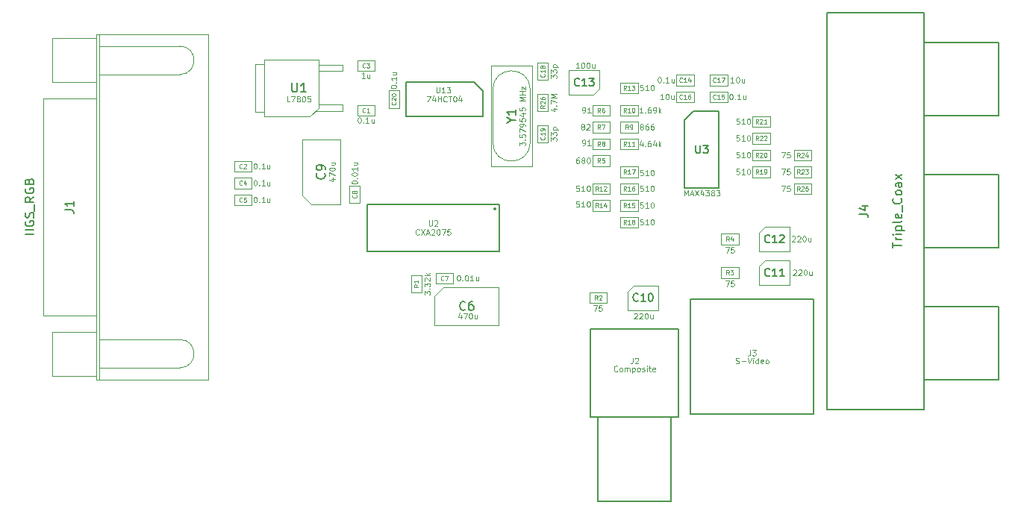
<source format=gbr>
%TF.GenerationSoftware,KiCad,Pcbnew,(5.0.0)*%
%TF.CreationDate,2018-08-28T02:51:19+00:00*%
%TF.ProjectId,rgb2svid,72676232737669642E6B696361645F70,rev?*%
%TF.SameCoordinates,Original*%
%TF.FileFunction,Other,Fab,Top*%
%FSLAX46Y46*%
G04 Gerber Fmt 4.6, Leading zero omitted, Abs format (unit mm)*
G04 Created by KiCad (PCBNEW (5.0.0)) date Tue Aug 28 02:51:19 2018*
%MOMM*%
%LPD*%
G01*
G04 APERTURE LIST*
%ADD10C,0.150000*%
%ADD11C,0.100000*%
%ADD12C,0.114300*%
%ADD13C,0.080000*%
%ADD14C,0.130000*%
%ADD15C,0.135000*%
G04 APERTURE END LIST*
D10*
%TO.C,J3*%
X147335000Y-118895000D02*
X147335000Y-105895000D01*
X133335000Y-118895000D02*
X133335000Y-105895000D01*
X147335000Y-105895000D02*
X133335000Y-105895000D01*
X147335000Y-118895000D02*
X133335000Y-118895000D01*
%TO.C,J2*%
X122850000Y-128800000D02*
X131150000Y-128800000D01*
X131150000Y-119300000D02*
X131150000Y-128800000D01*
X122850000Y-119300000D02*
X122850000Y-128800000D01*
X132000000Y-109300000D02*
X132000000Y-119300000D01*
X122000000Y-119300000D02*
X132000000Y-119300000D01*
X122000000Y-109300000D02*
X132000000Y-109300000D01*
X122000000Y-109300000D02*
X122000000Y-119300000D01*
%TO.C,U2*%
X111281421Y-95640000D02*
G75*
G03X111281421Y-95640000I-141421J0D01*
G01*
X96640000Y-100440000D02*
X96640000Y-95140000D01*
X111640000Y-95140000D02*
X111640000Y-100440000D01*
X111640000Y-100440000D02*
X96640000Y-100440000D01*
X111640000Y-95140000D02*
X96640000Y-95140000D01*
D11*
%TO.C,U1*%
X93870000Y-79260000D02*
X91170000Y-79260000D01*
X93870000Y-80010000D02*
X93870000Y-79260000D01*
X91170000Y-80010000D02*
X93870000Y-80010000D01*
X93870000Y-83820000D02*
X91170000Y-83820000D01*
X93870000Y-84570000D02*
X93870000Y-83820000D01*
X90765000Y-84570000D02*
X93870000Y-84570000D01*
X90170000Y-85165000D02*
X84950000Y-85165000D01*
X91170000Y-84165000D02*
X90170000Y-85165000D01*
X91170000Y-78665000D02*
X91170000Y-84165000D01*
X84950000Y-78665000D02*
X91170000Y-78665000D01*
X84950000Y-85165000D02*
X84950000Y-78665000D01*
X83950000Y-79215000D02*
X84950000Y-79215000D01*
X83950000Y-84615000D02*
X83950000Y-79215000D01*
X84950000Y-84615000D02*
X83950000Y-84615000D01*
D10*
%TO.C,U13*%
X109760000Y-82235000D02*
X109760000Y-85135000D01*
X109760000Y-85135000D02*
X101060000Y-85135000D01*
X101060000Y-85135000D02*
X101060000Y-81235000D01*
X101060000Y-81235000D02*
X108760000Y-81235000D01*
X108760000Y-81235000D02*
X109760000Y-82235000D01*
D11*
%TO.C,C1*%
X95520000Y-85055000D02*
X95520000Y-83855000D01*
X95520000Y-83855000D02*
X97520000Y-83855000D01*
X97520000Y-83855000D02*
X97520000Y-85055000D01*
X97520000Y-85055000D02*
X95520000Y-85055000D01*
%TO.C,C2*%
X83550000Y-91405000D02*
X81550000Y-91405000D01*
X83550000Y-90205000D02*
X83550000Y-91405000D01*
X81550000Y-90205000D02*
X83550000Y-90205000D01*
X81550000Y-91405000D02*
X81550000Y-90205000D01*
%TO.C,C3*%
X97520000Y-79975000D02*
X95520000Y-79975000D01*
X97520000Y-78775000D02*
X97520000Y-79975000D01*
X95520000Y-78775000D02*
X97520000Y-78775000D01*
X95520000Y-79975000D02*
X95520000Y-78775000D01*
%TO.C,C4*%
X81550000Y-93310000D02*
X81550000Y-92110000D01*
X81550000Y-92110000D02*
X83550000Y-92110000D01*
X83550000Y-92110000D02*
X83550000Y-93310000D01*
X83550000Y-93310000D02*
X81550000Y-93310000D01*
%TO.C,C5*%
X83550000Y-95215000D02*
X81550000Y-95215000D01*
X83550000Y-94015000D02*
X83550000Y-95215000D01*
X81550000Y-94015000D02*
X83550000Y-94015000D01*
X81550000Y-95215000D02*
X81550000Y-94015000D01*
%TO.C,C6*%
X111600000Y-108830000D02*
X111600000Y-104530000D01*
X104300000Y-108830000D02*
X111600000Y-108830000D01*
X104300000Y-105530000D02*
X104300000Y-108830000D01*
X105300000Y-104530000D02*
X104300000Y-105530000D01*
X111600000Y-104530000D02*
X105300000Y-104530000D01*
%TO.C,C7*%
X104410000Y-104105000D02*
X104410000Y-102905000D01*
X104410000Y-102905000D02*
X106410000Y-102905000D01*
X106410000Y-102905000D02*
X106410000Y-104105000D01*
X106410000Y-104105000D02*
X104410000Y-104105000D01*
%TO.C,C8*%
X95850000Y-92980000D02*
X95850000Y-94980000D01*
X94650000Y-92980000D02*
X95850000Y-92980000D01*
X94650000Y-94980000D02*
X94650000Y-92980000D01*
X95850000Y-94980000D02*
X94650000Y-94980000D01*
%TO.C,C9*%
X89290000Y-87790000D02*
X89290000Y-94090000D01*
X89290000Y-94090000D02*
X90290000Y-95090000D01*
X90290000Y-95090000D02*
X93590000Y-95090000D01*
X93590000Y-95090000D02*
X93590000Y-87790000D01*
X93590000Y-87790000D02*
X89290000Y-87790000D01*
%TO.C,C10*%
X129702500Y-104327500D02*
X126902500Y-104327500D01*
X126902500Y-104327500D02*
X126202500Y-105027500D01*
X126202500Y-105027500D02*
X126202500Y-107127500D01*
X126202500Y-107127500D02*
X129702500Y-107127500D01*
X129702500Y-107127500D02*
X129702500Y-104327500D01*
%TO.C,C11*%
X144625000Y-101470000D02*
X141825000Y-101470000D01*
X141825000Y-101470000D02*
X141125000Y-102170000D01*
X141125000Y-102170000D02*
X141125000Y-104270000D01*
X141125000Y-104270000D02*
X144625000Y-104270000D01*
X144625000Y-104270000D02*
X144625000Y-101470000D01*
%TO.C,C12*%
X144625000Y-100460000D02*
X144625000Y-97660000D01*
X141125000Y-100460000D02*
X144625000Y-100460000D01*
X141125000Y-98360000D02*
X141125000Y-100460000D01*
X141825000Y-97660000D02*
X141125000Y-98360000D01*
X144625000Y-97660000D02*
X141825000Y-97660000D01*
%TO.C,C18*%
X117186000Y-81010000D02*
X115986000Y-81010000D01*
X115986000Y-81010000D02*
X115986000Y-79010000D01*
X115986000Y-79010000D02*
X117186000Y-79010000D01*
X117186000Y-79010000D02*
X117186000Y-81010000D01*
%TO.C,C19*%
X117186000Y-86122000D02*
X117186000Y-88122000D01*
X115986000Y-86122000D02*
X117186000Y-86122000D01*
X115986000Y-88122000D02*
X115986000Y-86122000D01*
X117186000Y-88122000D02*
X115986000Y-88122000D01*
%TO.C,C20*%
X99095000Y-82185000D02*
X100295000Y-82185000D01*
X100295000Y-82185000D02*
X100295000Y-84185000D01*
X100295000Y-84185000D02*
X99095000Y-84185000D01*
X99095000Y-84185000D02*
X99095000Y-82185000D01*
%TO.C,R1*%
X102835000Y-103140000D02*
X102835000Y-105140000D01*
X101635000Y-103140000D02*
X102835000Y-103140000D01*
X101635000Y-105140000D02*
X101635000Y-103140000D01*
X102835000Y-105140000D02*
X101635000Y-105140000D01*
%TO.C,R2*%
X123872500Y-106327500D02*
X121872500Y-106327500D01*
X123872500Y-105127500D02*
X123872500Y-106327500D01*
X121872500Y-105127500D02*
X123872500Y-105127500D01*
X121872500Y-106327500D02*
X121872500Y-105127500D01*
%TO.C,R3*%
X136795000Y-103470000D02*
X136795000Y-102270000D01*
X136795000Y-102270000D02*
X138795000Y-102270000D01*
X138795000Y-102270000D02*
X138795000Y-103470000D01*
X138795000Y-103470000D02*
X136795000Y-103470000D01*
%TO.C,R4*%
X136795000Y-99660000D02*
X136795000Y-98460000D01*
X136795000Y-98460000D02*
X138795000Y-98460000D01*
X138795000Y-98460000D02*
X138795000Y-99660000D01*
X138795000Y-99660000D02*
X136795000Y-99660000D01*
D10*
%TO.C,U3*%
X133670000Y-84550000D02*
X136570000Y-84550000D01*
X136570000Y-84550000D02*
X136570000Y-93250000D01*
X136570000Y-93250000D02*
X132670000Y-93250000D01*
X132670000Y-93250000D02*
X132670000Y-85550000D01*
X132670000Y-85550000D02*
X133670000Y-84550000D01*
D11*
%TO.C,R5*%
X124190000Y-90770000D02*
X122190000Y-90770000D01*
X124190000Y-89570000D02*
X124190000Y-90770000D01*
X122190000Y-89570000D02*
X124190000Y-89570000D01*
X122190000Y-90770000D02*
X122190000Y-89570000D01*
%TO.C,R6*%
X122190000Y-85055000D02*
X122190000Y-83855000D01*
X122190000Y-83855000D02*
X124190000Y-83855000D01*
X124190000Y-83855000D02*
X124190000Y-85055000D01*
X124190000Y-85055000D02*
X122190000Y-85055000D01*
%TO.C,R7*%
X122190000Y-86960000D02*
X122190000Y-85760000D01*
X122190000Y-85760000D02*
X124190000Y-85760000D01*
X124190000Y-85760000D02*
X124190000Y-86960000D01*
X124190000Y-86960000D02*
X122190000Y-86960000D01*
%TO.C,R8*%
X122190000Y-88865000D02*
X122190000Y-87665000D01*
X122190000Y-87665000D02*
X124190000Y-87665000D01*
X124190000Y-87665000D02*
X124190000Y-88865000D01*
X124190000Y-88865000D02*
X122190000Y-88865000D01*
%TO.C,R9*%
X127365000Y-86960000D02*
X125365000Y-86960000D01*
X127365000Y-85760000D02*
X127365000Y-86960000D01*
X125365000Y-85760000D02*
X127365000Y-85760000D01*
X125365000Y-86960000D02*
X125365000Y-85760000D01*
%TO.C,R10*%
X127365000Y-83855000D02*
X127365000Y-85055000D01*
X127365000Y-85055000D02*
X125365000Y-85055000D01*
X125365000Y-85055000D02*
X125365000Y-83855000D01*
X125365000Y-83855000D02*
X127365000Y-83855000D01*
%TO.C,R11*%
X127365000Y-88865000D02*
X125365000Y-88865000D01*
X127365000Y-87665000D02*
X127365000Y-88865000D01*
X125365000Y-87665000D02*
X127365000Y-87665000D01*
X125365000Y-88865000D02*
X125365000Y-87665000D01*
%TO.C,R12*%
X122190000Y-93945000D02*
X122190000Y-92745000D01*
X122190000Y-92745000D02*
X124190000Y-92745000D01*
X124190000Y-92745000D02*
X124190000Y-93945000D01*
X124190000Y-93945000D02*
X122190000Y-93945000D01*
%TO.C,R13*%
X127365000Y-82515000D02*
X125365000Y-82515000D01*
X127365000Y-81315000D02*
X127365000Y-82515000D01*
X125365000Y-81315000D02*
X127365000Y-81315000D01*
X125365000Y-82515000D02*
X125365000Y-81315000D01*
%TO.C,R14*%
X124190000Y-94650000D02*
X124190000Y-95850000D01*
X124190000Y-95850000D02*
X122190000Y-95850000D01*
X122190000Y-95850000D02*
X122190000Y-94650000D01*
X122190000Y-94650000D02*
X124190000Y-94650000D01*
%TO.C,R15*%
X127365000Y-95850000D02*
X125365000Y-95850000D01*
X127365000Y-94650000D02*
X127365000Y-95850000D01*
X125365000Y-94650000D02*
X127365000Y-94650000D01*
X125365000Y-95850000D02*
X125365000Y-94650000D01*
%TO.C,R16*%
X127365000Y-92745000D02*
X127365000Y-93945000D01*
X127365000Y-93945000D02*
X125365000Y-93945000D01*
X125365000Y-93945000D02*
X125365000Y-92745000D01*
X125365000Y-92745000D02*
X127365000Y-92745000D01*
%TO.C,R17*%
X127365000Y-92040000D02*
X125365000Y-92040000D01*
X127365000Y-90840000D02*
X127365000Y-92040000D01*
X125365000Y-90840000D02*
X127365000Y-90840000D01*
X125365000Y-92040000D02*
X125365000Y-90840000D01*
%TO.C,R18*%
X127365000Y-96555000D02*
X127365000Y-97755000D01*
X127365000Y-97755000D02*
X125365000Y-97755000D01*
X125365000Y-97755000D02*
X125365000Y-96555000D01*
X125365000Y-96555000D02*
X127365000Y-96555000D01*
%TO.C,R19*%
X142351000Y-92040000D02*
X140351000Y-92040000D01*
X142351000Y-90840000D02*
X142351000Y-92040000D01*
X140351000Y-90840000D02*
X142351000Y-90840000D01*
X140351000Y-92040000D02*
X140351000Y-90840000D01*
%TO.C,R20*%
X142351000Y-88935000D02*
X142351000Y-90135000D01*
X142351000Y-90135000D02*
X140351000Y-90135000D01*
X140351000Y-90135000D02*
X140351000Y-88935000D01*
X140351000Y-88935000D02*
X142351000Y-88935000D01*
%TO.C,R21*%
X142351000Y-86325000D02*
X140351000Y-86325000D01*
X142351000Y-85125000D02*
X142351000Y-86325000D01*
X140351000Y-85125000D02*
X142351000Y-85125000D01*
X140351000Y-86325000D02*
X140351000Y-85125000D01*
%TO.C,R22*%
X142351000Y-87030000D02*
X142351000Y-88230000D01*
X142351000Y-88230000D02*
X140351000Y-88230000D01*
X140351000Y-88230000D02*
X140351000Y-87030000D01*
X140351000Y-87030000D02*
X142351000Y-87030000D01*
%TO.C,R23*%
X147050000Y-92040000D02*
X145050000Y-92040000D01*
X147050000Y-90840000D02*
X147050000Y-92040000D01*
X145050000Y-90840000D02*
X147050000Y-90840000D01*
X145050000Y-92040000D02*
X145050000Y-90840000D01*
%TO.C,R24*%
X147050000Y-90135000D02*
X145050000Y-90135000D01*
X147050000Y-88935000D02*
X147050000Y-90135000D01*
X145050000Y-88935000D02*
X147050000Y-88935000D01*
X145050000Y-90135000D02*
X145050000Y-88935000D01*
%TO.C,R25*%
X145050000Y-93945000D02*
X145050000Y-92745000D01*
X145050000Y-92745000D02*
X147050000Y-92745000D01*
X147050000Y-92745000D02*
X147050000Y-93945000D01*
X147050000Y-93945000D02*
X145050000Y-93945000D01*
%TO.C,C13*%
X119535000Y-82680000D02*
X122335000Y-82680000D01*
X122335000Y-82680000D02*
X123035000Y-81980000D01*
X123035000Y-81980000D02*
X123035000Y-79880000D01*
X123035000Y-79880000D02*
X119535000Y-79880000D01*
X119535000Y-79880000D02*
X119535000Y-82680000D01*
%TO.C,C14*%
X133715000Y-81626000D02*
X131715000Y-81626000D01*
X133715000Y-80426000D02*
X133715000Y-81626000D01*
X131715000Y-80426000D02*
X133715000Y-80426000D01*
X131715000Y-81626000D02*
X131715000Y-80426000D01*
%TO.C,C15*%
X135525000Y-83531000D02*
X135525000Y-82331000D01*
X135525000Y-82331000D02*
X137525000Y-82331000D01*
X137525000Y-82331000D02*
X137525000Y-83531000D01*
X137525000Y-83531000D02*
X135525000Y-83531000D01*
%TO.C,C16*%
X131715000Y-83531000D02*
X131715000Y-82331000D01*
X131715000Y-82331000D02*
X133715000Y-82331000D01*
X133715000Y-82331000D02*
X133715000Y-83531000D01*
X133715000Y-83531000D02*
X131715000Y-83531000D01*
%TO.C,C17*%
X137525000Y-81626000D02*
X135525000Y-81626000D01*
X137525000Y-80426000D02*
X137525000Y-81626000D01*
X135525000Y-80426000D02*
X137525000Y-80426000D01*
X135525000Y-81626000D02*
X135525000Y-80426000D01*
%TO.C,R26*%
X115986000Y-82566000D02*
X117186000Y-82566000D01*
X117186000Y-82566000D02*
X117186000Y-84566000D01*
X117186000Y-84566000D02*
X115986000Y-84566000D01*
X115986000Y-84566000D02*
X115986000Y-82566000D01*
%TO.C,Y1*%
X115380000Y-79390000D02*
X110680000Y-79390000D01*
X110680000Y-79390000D02*
X110680000Y-90790000D01*
X110680000Y-90790000D02*
X115380000Y-90790000D01*
X115380000Y-90790000D02*
X115380000Y-79390000D01*
X115145000Y-82075000D02*
X115145000Y-88105000D01*
X110915000Y-82075000D02*
X110915000Y-88105000D01*
X110915000Y-82075000D02*
G75*
G02X115145000Y-82075000I2115000J0D01*
G01*
X110915000Y-88105000D02*
G75*
G03X115145000Y-88105000I2115000J0D01*
G01*
D10*
%TO.C,J4*%
X168305000Y-91735000D02*
X159805000Y-91735000D01*
X168305000Y-91735000D02*
X168305000Y-100035000D01*
X159805000Y-73385000D02*
X159805000Y-118385000D01*
X148805000Y-73385000D02*
X159805000Y-73385000D01*
X148805000Y-73385000D02*
X148805000Y-118385000D01*
X159805000Y-118385000D02*
X148805000Y-118385000D01*
X168305000Y-100035000D02*
X159805000Y-100035000D01*
X168305000Y-115035000D02*
X159805000Y-115035000D01*
X168305000Y-106735000D02*
X159805000Y-106735000D01*
X168305000Y-106735000D02*
X168305000Y-115035000D01*
X168305000Y-76735000D02*
X168305000Y-85035000D01*
X168305000Y-85035000D02*
X159805000Y-85035000D01*
X168305000Y-76735000D02*
X159805000Y-76735000D01*
D11*
%TO.C,J1*%
X75415000Y-80370000D02*
G75*
G03X75415000Y-77170000I0J1600000D01*
G01*
X75415000Y-113670000D02*
G75*
G03X75415000Y-110470000I0J1600000D01*
G01*
X78635000Y-75820000D02*
X66295000Y-75820000D01*
X66295000Y-75820000D02*
X66295000Y-115020000D01*
X66295000Y-115020000D02*
X78635000Y-115020000D01*
X78635000Y-115020000D02*
X78635000Y-75820000D01*
X66295000Y-75820000D02*
X65895000Y-75820000D01*
X65895000Y-75820000D02*
X65895000Y-115020000D01*
X65895000Y-115020000D02*
X66295000Y-115020000D01*
X66295000Y-115020000D02*
X66295000Y-75820000D01*
X65895000Y-83120000D02*
X59895000Y-83120000D01*
X59895000Y-83120000D02*
X59895000Y-107720000D01*
X59895000Y-107720000D02*
X65895000Y-107720000D01*
X65895000Y-107720000D02*
X65895000Y-83120000D01*
X65895000Y-76270000D02*
X60895000Y-76270000D01*
X60895000Y-76270000D02*
X60895000Y-81270000D01*
X60895000Y-81270000D02*
X65895000Y-81270000D01*
X65895000Y-81270000D02*
X65895000Y-76270000D01*
X65895000Y-109570000D02*
X60895000Y-109570000D01*
X60895000Y-109570000D02*
X60895000Y-114570000D01*
X60895000Y-114570000D02*
X65895000Y-114570000D01*
X65895000Y-114570000D02*
X65895000Y-109570000D01*
X66295000Y-77170000D02*
X75415000Y-77170000D01*
X66295000Y-80370000D02*
X75415000Y-80370000D01*
X66295000Y-110470000D02*
X75415000Y-110470000D01*
X66295000Y-113670000D02*
X75415000Y-113670000D01*
%TD*%
%TO.C,J3*%
D12*
X140123333Y-111666261D02*
X140123333Y-112119833D01*
X140093095Y-112210547D01*
X140032619Y-112271023D01*
X139941904Y-112301261D01*
X139881428Y-112301261D01*
X140365238Y-111666261D02*
X140758333Y-111666261D01*
X140546666Y-111908166D01*
X140637380Y-111908166D01*
X140697857Y-111938404D01*
X140728095Y-111968642D01*
X140758333Y-112029119D01*
X140758333Y-112180309D01*
X140728095Y-112240785D01*
X140697857Y-112271023D01*
X140637380Y-112301261D01*
X140455952Y-112301261D01*
X140395476Y-112271023D01*
X140365238Y-112240785D01*
X138490476Y-113152023D02*
X138581190Y-113182261D01*
X138732380Y-113182261D01*
X138792857Y-113152023D01*
X138823095Y-113121785D01*
X138853333Y-113061309D01*
X138853333Y-113000833D01*
X138823095Y-112940357D01*
X138792857Y-112910119D01*
X138732380Y-112879880D01*
X138611428Y-112849642D01*
X138550952Y-112819404D01*
X138520714Y-112789166D01*
X138490476Y-112728690D01*
X138490476Y-112668214D01*
X138520714Y-112607738D01*
X138550952Y-112577500D01*
X138611428Y-112547261D01*
X138762619Y-112547261D01*
X138853333Y-112577500D01*
X139125476Y-112940357D02*
X139609285Y-112940357D01*
X139820952Y-112547261D02*
X140032619Y-113182261D01*
X140244285Y-112547261D01*
X140455952Y-113182261D02*
X140455952Y-112758928D01*
X140455952Y-112547261D02*
X140425714Y-112577500D01*
X140455952Y-112607738D01*
X140486190Y-112577500D01*
X140455952Y-112547261D01*
X140455952Y-112607738D01*
X141030476Y-113182261D02*
X141030476Y-112547261D01*
X141030476Y-113152023D02*
X140970000Y-113182261D01*
X140849047Y-113182261D01*
X140788571Y-113152023D01*
X140758333Y-113121785D01*
X140728095Y-113061309D01*
X140728095Y-112879880D01*
X140758333Y-112819404D01*
X140788571Y-112789166D01*
X140849047Y-112758928D01*
X140970000Y-112758928D01*
X141030476Y-112789166D01*
X141574761Y-113152023D02*
X141514285Y-113182261D01*
X141393333Y-113182261D01*
X141332857Y-113152023D01*
X141302619Y-113091547D01*
X141302619Y-112849642D01*
X141332857Y-112789166D01*
X141393333Y-112758928D01*
X141514285Y-112758928D01*
X141574761Y-112789166D01*
X141605000Y-112849642D01*
X141605000Y-112910119D01*
X141302619Y-112970595D01*
X141967857Y-113182261D02*
X141907380Y-113152023D01*
X141877142Y-113121785D01*
X141846904Y-113061309D01*
X141846904Y-112879880D01*
X141877142Y-112819404D01*
X141907380Y-112789166D01*
X141967857Y-112758928D01*
X142058571Y-112758928D01*
X142119047Y-112789166D01*
X142149285Y-112819404D01*
X142179523Y-112879880D01*
X142179523Y-113061309D01*
X142149285Y-113121785D01*
X142119047Y-113152023D01*
X142058571Y-113182261D01*
X141967857Y-113182261D01*
%TO.C,J2*%
X126788333Y-112555261D02*
X126788333Y-113008833D01*
X126758095Y-113099547D01*
X126697619Y-113160023D01*
X126606904Y-113190261D01*
X126546428Y-113190261D01*
X127060476Y-112615738D02*
X127090714Y-112585500D01*
X127151190Y-112555261D01*
X127302380Y-112555261D01*
X127362857Y-112585500D01*
X127393095Y-112615738D01*
X127423333Y-112676214D01*
X127423333Y-112736690D01*
X127393095Y-112827404D01*
X127030238Y-113190261D01*
X127423333Y-113190261D01*
X125049642Y-114026785D02*
X125019404Y-114057023D01*
X124928690Y-114087261D01*
X124868214Y-114087261D01*
X124777500Y-114057023D01*
X124717023Y-113996547D01*
X124686785Y-113936071D01*
X124656547Y-113815119D01*
X124656547Y-113724404D01*
X124686785Y-113603452D01*
X124717023Y-113542976D01*
X124777500Y-113482500D01*
X124868214Y-113452261D01*
X124928690Y-113452261D01*
X125019404Y-113482500D01*
X125049642Y-113512738D01*
X125412500Y-114087261D02*
X125352023Y-114057023D01*
X125321785Y-114026785D01*
X125291547Y-113966309D01*
X125291547Y-113784880D01*
X125321785Y-113724404D01*
X125352023Y-113694166D01*
X125412500Y-113663928D01*
X125503214Y-113663928D01*
X125563690Y-113694166D01*
X125593928Y-113724404D01*
X125624166Y-113784880D01*
X125624166Y-113966309D01*
X125593928Y-114026785D01*
X125563690Y-114057023D01*
X125503214Y-114087261D01*
X125412500Y-114087261D01*
X125896309Y-114087261D02*
X125896309Y-113663928D01*
X125896309Y-113724404D02*
X125926547Y-113694166D01*
X125987023Y-113663928D01*
X126077738Y-113663928D01*
X126138214Y-113694166D01*
X126168452Y-113754642D01*
X126168452Y-114087261D01*
X126168452Y-113754642D02*
X126198690Y-113694166D01*
X126259166Y-113663928D01*
X126349880Y-113663928D01*
X126410357Y-113694166D01*
X126440595Y-113754642D01*
X126440595Y-114087261D01*
X126742976Y-113663928D02*
X126742976Y-114298928D01*
X126742976Y-113694166D02*
X126803452Y-113663928D01*
X126924404Y-113663928D01*
X126984880Y-113694166D01*
X127015119Y-113724404D01*
X127045357Y-113784880D01*
X127045357Y-113966309D01*
X127015119Y-114026785D01*
X126984880Y-114057023D01*
X126924404Y-114087261D01*
X126803452Y-114087261D01*
X126742976Y-114057023D01*
X127408214Y-114087261D02*
X127347738Y-114057023D01*
X127317500Y-114026785D01*
X127287261Y-113966309D01*
X127287261Y-113784880D01*
X127317500Y-113724404D01*
X127347738Y-113694166D01*
X127408214Y-113663928D01*
X127498928Y-113663928D01*
X127559404Y-113694166D01*
X127589642Y-113724404D01*
X127619880Y-113784880D01*
X127619880Y-113966309D01*
X127589642Y-114026785D01*
X127559404Y-114057023D01*
X127498928Y-114087261D01*
X127408214Y-114087261D01*
X127861785Y-114057023D02*
X127922261Y-114087261D01*
X128043214Y-114087261D01*
X128103690Y-114057023D01*
X128133928Y-113996547D01*
X128133928Y-113966309D01*
X128103690Y-113905833D01*
X128043214Y-113875595D01*
X127952500Y-113875595D01*
X127892023Y-113845357D01*
X127861785Y-113784880D01*
X127861785Y-113754642D01*
X127892023Y-113694166D01*
X127952500Y-113663928D01*
X128043214Y-113663928D01*
X128103690Y-113694166D01*
X128406071Y-114087261D02*
X128406071Y-113663928D01*
X128406071Y-113452261D02*
X128375833Y-113482500D01*
X128406071Y-113512738D01*
X128436309Y-113482500D01*
X128406071Y-113452261D01*
X128406071Y-113512738D01*
X128617738Y-113663928D02*
X128859642Y-113663928D01*
X128708452Y-113452261D02*
X128708452Y-113996547D01*
X128738690Y-114057023D01*
X128799166Y-114087261D01*
X128859642Y-114087261D01*
X129313214Y-114057023D02*
X129252738Y-114087261D01*
X129131785Y-114087261D01*
X129071309Y-114057023D01*
X129041071Y-113996547D01*
X129041071Y-113754642D01*
X129071309Y-113694166D01*
X129131785Y-113663928D01*
X129252738Y-113663928D01*
X129313214Y-113694166D01*
X129343452Y-113754642D01*
X129343452Y-113815119D01*
X129041071Y-113875595D01*
%TO.C,U2*%
X103656190Y-96934261D02*
X103656190Y-97448309D01*
X103686428Y-97508785D01*
X103716666Y-97539023D01*
X103777142Y-97569261D01*
X103898095Y-97569261D01*
X103958571Y-97539023D01*
X103988809Y-97508785D01*
X104019047Y-97448309D01*
X104019047Y-96934261D01*
X104291190Y-96994738D02*
X104321428Y-96964500D01*
X104381904Y-96934261D01*
X104533095Y-96934261D01*
X104593571Y-96964500D01*
X104623809Y-96994738D01*
X104654047Y-97055214D01*
X104654047Y-97115690D01*
X104623809Y-97206404D01*
X104260952Y-97569261D01*
X104654047Y-97569261D01*
X102552500Y-98524785D02*
X102522261Y-98555023D01*
X102431547Y-98585261D01*
X102371071Y-98585261D01*
X102280357Y-98555023D01*
X102219880Y-98494547D01*
X102189642Y-98434071D01*
X102159404Y-98313119D01*
X102159404Y-98222404D01*
X102189642Y-98101452D01*
X102219880Y-98040976D01*
X102280357Y-97980500D01*
X102371071Y-97950261D01*
X102431547Y-97950261D01*
X102522261Y-97980500D01*
X102552500Y-98010738D01*
X102764166Y-97950261D02*
X103187500Y-98585261D01*
X103187500Y-97950261D02*
X102764166Y-98585261D01*
X103399166Y-98403833D02*
X103701547Y-98403833D01*
X103338690Y-98585261D02*
X103550357Y-97950261D01*
X103762023Y-98585261D01*
X103943452Y-98010738D02*
X103973690Y-97980500D01*
X104034166Y-97950261D01*
X104185357Y-97950261D01*
X104245833Y-97980500D01*
X104276071Y-98010738D01*
X104306309Y-98071214D01*
X104306309Y-98131690D01*
X104276071Y-98222404D01*
X103913214Y-98585261D01*
X104306309Y-98585261D01*
X104699404Y-97950261D02*
X104759880Y-97950261D01*
X104820357Y-97980500D01*
X104850595Y-98010738D01*
X104880833Y-98071214D01*
X104911071Y-98192166D01*
X104911071Y-98343357D01*
X104880833Y-98464309D01*
X104850595Y-98524785D01*
X104820357Y-98555023D01*
X104759880Y-98585261D01*
X104699404Y-98585261D01*
X104638928Y-98555023D01*
X104608690Y-98524785D01*
X104578452Y-98464309D01*
X104548214Y-98343357D01*
X104548214Y-98192166D01*
X104578452Y-98071214D01*
X104608690Y-98010738D01*
X104638928Y-97980500D01*
X104699404Y-97950261D01*
X105122738Y-97950261D02*
X105546071Y-97950261D01*
X105273928Y-98585261D01*
X106090357Y-97950261D02*
X105787976Y-97950261D01*
X105757738Y-98252642D01*
X105787976Y-98222404D01*
X105848452Y-98192166D01*
X105999642Y-98192166D01*
X106060119Y-98222404D01*
X106090357Y-98252642D01*
X106120595Y-98313119D01*
X106120595Y-98464309D01*
X106090357Y-98524785D01*
X106060119Y-98555023D01*
X105999642Y-98585261D01*
X105848452Y-98585261D01*
X105787976Y-98555023D01*
X105757738Y-98524785D01*
%TO.C,U1*%
X87887023Y-83472261D02*
X87584642Y-83472261D01*
X87584642Y-82837261D01*
X88038214Y-82837261D02*
X88461547Y-82837261D01*
X88189404Y-83472261D01*
X88794166Y-83109404D02*
X88733690Y-83079166D01*
X88703452Y-83048928D01*
X88673214Y-82988452D01*
X88673214Y-82958214D01*
X88703452Y-82897738D01*
X88733690Y-82867500D01*
X88794166Y-82837261D01*
X88915119Y-82837261D01*
X88975595Y-82867500D01*
X89005833Y-82897738D01*
X89036071Y-82958214D01*
X89036071Y-82988452D01*
X89005833Y-83048928D01*
X88975595Y-83079166D01*
X88915119Y-83109404D01*
X88794166Y-83109404D01*
X88733690Y-83139642D01*
X88703452Y-83169880D01*
X88673214Y-83230357D01*
X88673214Y-83351309D01*
X88703452Y-83411785D01*
X88733690Y-83442023D01*
X88794166Y-83472261D01*
X88915119Y-83472261D01*
X88975595Y-83442023D01*
X89005833Y-83411785D01*
X89036071Y-83351309D01*
X89036071Y-83230357D01*
X89005833Y-83169880D01*
X88975595Y-83139642D01*
X88915119Y-83109404D01*
X89429166Y-82837261D02*
X89489642Y-82837261D01*
X89550119Y-82867500D01*
X89580357Y-82897738D01*
X89610595Y-82958214D01*
X89640833Y-83079166D01*
X89640833Y-83230357D01*
X89610595Y-83351309D01*
X89580357Y-83411785D01*
X89550119Y-83442023D01*
X89489642Y-83472261D01*
X89429166Y-83472261D01*
X89368690Y-83442023D01*
X89338452Y-83411785D01*
X89308214Y-83351309D01*
X89277976Y-83230357D01*
X89277976Y-83079166D01*
X89308214Y-82958214D01*
X89338452Y-82897738D01*
X89368690Y-82867500D01*
X89429166Y-82837261D01*
X90215357Y-82837261D02*
X89912976Y-82837261D01*
X89882738Y-83139642D01*
X89912976Y-83109404D01*
X89973452Y-83079166D01*
X90124642Y-83079166D01*
X90185119Y-83109404D01*
X90215357Y-83139642D01*
X90245595Y-83200119D01*
X90245595Y-83351309D01*
X90215357Y-83411785D01*
X90185119Y-83442023D01*
X90124642Y-83472261D01*
X89973452Y-83472261D01*
X89912976Y-83442023D01*
X89882738Y-83411785D01*
D10*
X88138095Y-81367380D02*
X88138095Y-82176904D01*
X88185714Y-82272142D01*
X88233333Y-82319761D01*
X88328571Y-82367380D01*
X88519047Y-82367380D01*
X88614285Y-82319761D01*
X88661904Y-82272142D01*
X88709523Y-82176904D01*
X88709523Y-81367380D01*
X89709523Y-82367380D02*
X89138095Y-82367380D01*
X89423809Y-82367380D02*
X89423809Y-81367380D01*
X89328571Y-81510238D01*
X89233333Y-81605476D01*
X89138095Y-81653095D01*
%TO.C,U13*%
D12*
X103399166Y-82837261D02*
X103822500Y-82837261D01*
X103550357Y-83472261D01*
X104336547Y-83048928D02*
X104336547Y-83472261D01*
X104185357Y-82807023D02*
X104034166Y-83260595D01*
X104427261Y-83260595D01*
X104669166Y-83472261D02*
X104669166Y-82837261D01*
X104669166Y-83139642D02*
X105032023Y-83139642D01*
X105032023Y-83472261D02*
X105032023Y-82837261D01*
X105697261Y-83411785D02*
X105667023Y-83442023D01*
X105576309Y-83472261D01*
X105515833Y-83472261D01*
X105425119Y-83442023D01*
X105364642Y-83381547D01*
X105334404Y-83321071D01*
X105304166Y-83200119D01*
X105304166Y-83109404D01*
X105334404Y-82988452D01*
X105364642Y-82927976D01*
X105425119Y-82867500D01*
X105515833Y-82837261D01*
X105576309Y-82837261D01*
X105667023Y-82867500D01*
X105697261Y-82897738D01*
X105878690Y-82837261D02*
X106241547Y-82837261D01*
X106060119Y-83472261D02*
X106060119Y-82837261D01*
X106574166Y-82837261D02*
X106634642Y-82837261D01*
X106695119Y-82867500D01*
X106725357Y-82897738D01*
X106755595Y-82958214D01*
X106785833Y-83079166D01*
X106785833Y-83230357D01*
X106755595Y-83351309D01*
X106725357Y-83411785D01*
X106695119Y-83442023D01*
X106634642Y-83472261D01*
X106574166Y-83472261D01*
X106513690Y-83442023D01*
X106483452Y-83411785D01*
X106453214Y-83351309D01*
X106422976Y-83230357D01*
X106422976Y-83079166D01*
X106453214Y-82958214D01*
X106483452Y-82897738D01*
X106513690Y-82867500D01*
X106574166Y-82837261D01*
X107330119Y-83048928D02*
X107330119Y-83472261D01*
X107178928Y-82807023D02*
X107027738Y-83260595D01*
X107420833Y-83260595D01*
X104496809Y-81821261D02*
X104496809Y-82335309D01*
X104527047Y-82395785D01*
X104557285Y-82426023D01*
X104617761Y-82456261D01*
X104738714Y-82456261D01*
X104799190Y-82426023D01*
X104829428Y-82395785D01*
X104859666Y-82335309D01*
X104859666Y-81821261D01*
X105494666Y-82456261D02*
X105131809Y-82456261D01*
X105313238Y-82456261D02*
X105313238Y-81821261D01*
X105252761Y-81911976D01*
X105192285Y-81972452D01*
X105131809Y-82002690D01*
X105706333Y-81821261D02*
X106099428Y-81821261D01*
X105887761Y-82063166D01*
X105978476Y-82063166D01*
X106038952Y-82093404D01*
X106069190Y-82123642D01*
X106099428Y-82184119D01*
X106099428Y-82335309D01*
X106069190Y-82395785D01*
X106038952Y-82426023D01*
X105978476Y-82456261D01*
X105797047Y-82456261D01*
X105736571Y-82426023D01*
X105706333Y-82395785D01*
%TO.C,C1*%
X95748928Y-85250261D02*
X95809404Y-85250261D01*
X95869880Y-85280500D01*
X95900119Y-85310738D01*
X95930357Y-85371214D01*
X95960595Y-85492166D01*
X95960595Y-85643357D01*
X95930357Y-85764309D01*
X95900119Y-85824785D01*
X95869880Y-85855023D01*
X95809404Y-85885261D01*
X95748928Y-85885261D01*
X95688452Y-85855023D01*
X95658214Y-85824785D01*
X95627976Y-85764309D01*
X95597738Y-85643357D01*
X95597738Y-85492166D01*
X95627976Y-85371214D01*
X95658214Y-85310738D01*
X95688452Y-85280500D01*
X95748928Y-85250261D01*
X96232738Y-85824785D02*
X96262976Y-85855023D01*
X96232738Y-85885261D01*
X96202500Y-85855023D01*
X96232738Y-85824785D01*
X96232738Y-85885261D01*
X96867738Y-85885261D02*
X96504880Y-85885261D01*
X96686309Y-85885261D02*
X96686309Y-85250261D01*
X96625833Y-85340976D01*
X96565357Y-85401452D01*
X96504880Y-85431690D01*
X97412023Y-85461928D02*
X97412023Y-85885261D01*
X97139880Y-85461928D02*
X97139880Y-85794547D01*
X97170119Y-85855023D01*
X97230595Y-85885261D01*
X97321309Y-85885261D01*
X97381785Y-85855023D01*
X97412023Y-85824785D01*
D13*
X96436666Y-84633571D02*
X96412857Y-84657380D01*
X96341428Y-84681190D01*
X96293809Y-84681190D01*
X96222380Y-84657380D01*
X96174761Y-84609761D01*
X96150952Y-84562142D01*
X96127142Y-84466904D01*
X96127142Y-84395476D01*
X96150952Y-84300238D01*
X96174761Y-84252619D01*
X96222380Y-84205000D01*
X96293809Y-84181190D01*
X96341428Y-84181190D01*
X96412857Y-84205000D01*
X96436666Y-84228809D01*
X96912857Y-84681190D02*
X96627142Y-84681190D01*
X96770000Y-84681190D02*
X96770000Y-84181190D01*
X96722380Y-84252619D01*
X96674761Y-84300238D01*
X96627142Y-84324047D01*
%TO.C,C2*%
D12*
X83937928Y-90457261D02*
X83998404Y-90457261D01*
X84058880Y-90487500D01*
X84089119Y-90517738D01*
X84119357Y-90578214D01*
X84149595Y-90699166D01*
X84149595Y-90850357D01*
X84119357Y-90971309D01*
X84089119Y-91031785D01*
X84058880Y-91062023D01*
X83998404Y-91092261D01*
X83937928Y-91092261D01*
X83877452Y-91062023D01*
X83847214Y-91031785D01*
X83816976Y-90971309D01*
X83786738Y-90850357D01*
X83786738Y-90699166D01*
X83816976Y-90578214D01*
X83847214Y-90517738D01*
X83877452Y-90487500D01*
X83937928Y-90457261D01*
X84421738Y-91031785D02*
X84451976Y-91062023D01*
X84421738Y-91092261D01*
X84391500Y-91062023D01*
X84421738Y-91031785D01*
X84421738Y-91092261D01*
X85056738Y-91092261D02*
X84693880Y-91092261D01*
X84875309Y-91092261D02*
X84875309Y-90457261D01*
X84814833Y-90547976D01*
X84754357Y-90608452D01*
X84693880Y-90638690D01*
X85601023Y-90668928D02*
X85601023Y-91092261D01*
X85328880Y-90668928D02*
X85328880Y-91001547D01*
X85359119Y-91062023D01*
X85419595Y-91092261D01*
X85510309Y-91092261D01*
X85570785Y-91062023D01*
X85601023Y-91031785D01*
D13*
X82466666Y-90983571D02*
X82442857Y-91007380D01*
X82371428Y-91031190D01*
X82323809Y-91031190D01*
X82252380Y-91007380D01*
X82204761Y-90959761D01*
X82180952Y-90912142D01*
X82157142Y-90816904D01*
X82157142Y-90745476D01*
X82180952Y-90650238D01*
X82204761Y-90602619D01*
X82252380Y-90555000D01*
X82323809Y-90531190D01*
X82371428Y-90531190D01*
X82442857Y-90555000D01*
X82466666Y-90578809D01*
X82657142Y-90578809D02*
X82680952Y-90555000D01*
X82728571Y-90531190D01*
X82847619Y-90531190D01*
X82895238Y-90555000D01*
X82919047Y-90578809D01*
X82942857Y-90626428D01*
X82942857Y-90674047D01*
X82919047Y-90745476D01*
X82633333Y-91031190D01*
X82942857Y-91031190D01*
%TO.C,C3*%
D12*
X96414166Y-80805261D02*
X96051309Y-80805261D01*
X96232738Y-80805261D02*
X96232738Y-80170261D01*
X96172261Y-80260976D01*
X96111785Y-80321452D01*
X96051309Y-80351690D01*
X96958452Y-80381928D02*
X96958452Y-80805261D01*
X96686309Y-80381928D02*
X96686309Y-80714547D01*
X96716547Y-80775023D01*
X96777023Y-80805261D01*
X96867738Y-80805261D01*
X96928214Y-80775023D01*
X96958452Y-80744785D01*
D13*
X96436666Y-79553571D02*
X96412857Y-79577380D01*
X96341428Y-79601190D01*
X96293809Y-79601190D01*
X96222380Y-79577380D01*
X96174761Y-79529761D01*
X96150952Y-79482142D01*
X96127142Y-79386904D01*
X96127142Y-79315476D01*
X96150952Y-79220238D01*
X96174761Y-79172619D01*
X96222380Y-79125000D01*
X96293809Y-79101190D01*
X96341428Y-79101190D01*
X96412857Y-79125000D01*
X96436666Y-79148809D01*
X96603333Y-79101190D02*
X96912857Y-79101190D01*
X96746190Y-79291666D01*
X96817619Y-79291666D01*
X96865238Y-79315476D01*
X96889047Y-79339285D01*
X96912857Y-79386904D01*
X96912857Y-79505952D01*
X96889047Y-79553571D01*
X96865238Y-79577380D01*
X96817619Y-79601190D01*
X96674761Y-79601190D01*
X96627142Y-79577380D01*
X96603333Y-79553571D01*
%TO.C,C4*%
D12*
X83937928Y-92362261D02*
X83998404Y-92362261D01*
X84058880Y-92392500D01*
X84089119Y-92422738D01*
X84119357Y-92483214D01*
X84149595Y-92604166D01*
X84149595Y-92755357D01*
X84119357Y-92876309D01*
X84089119Y-92936785D01*
X84058880Y-92967023D01*
X83998404Y-92997261D01*
X83937928Y-92997261D01*
X83877452Y-92967023D01*
X83847214Y-92936785D01*
X83816976Y-92876309D01*
X83786738Y-92755357D01*
X83786738Y-92604166D01*
X83816976Y-92483214D01*
X83847214Y-92422738D01*
X83877452Y-92392500D01*
X83937928Y-92362261D01*
X84421738Y-92936785D02*
X84451976Y-92967023D01*
X84421738Y-92997261D01*
X84391500Y-92967023D01*
X84421738Y-92936785D01*
X84421738Y-92997261D01*
X85056738Y-92997261D02*
X84693880Y-92997261D01*
X84875309Y-92997261D02*
X84875309Y-92362261D01*
X84814833Y-92452976D01*
X84754357Y-92513452D01*
X84693880Y-92543690D01*
X85601023Y-92573928D02*
X85601023Y-92997261D01*
X85328880Y-92573928D02*
X85328880Y-92906547D01*
X85359119Y-92967023D01*
X85419595Y-92997261D01*
X85510309Y-92997261D01*
X85570785Y-92967023D01*
X85601023Y-92936785D01*
D13*
X82466666Y-92888571D02*
X82442857Y-92912380D01*
X82371428Y-92936190D01*
X82323809Y-92936190D01*
X82252380Y-92912380D01*
X82204761Y-92864761D01*
X82180952Y-92817142D01*
X82157142Y-92721904D01*
X82157142Y-92650476D01*
X82180952Y-92555238D01*
X82204761Y-92507619D01*
X82252380Y-92460000D01*
X82323809Y-92436190D01*
X82371428Y-92436190D01*
X82442857Y-92460000D01*
X82466666Y-92483809D01*
X82895238Y-92602857D02*
X82895238Y-92936190D01*
X82776190Y-92412380D02*
X82657142Y-92769523D01*
X82966666Y-92769523D01*
%TO.C,C5*%
D12*
X83937928Y-94267261D02*
X83998404Y-94267261D01*
X84058880Y-94297500D01*
X84089119Y-94327738D01*
X84119357Y-94388214D01*
X84149595Y-94509166D01*
X84149595Y-94660357D01*
X84119357Y-94781309D01*
X84089119Y-94841785D01*
X84058880Y-94872023D01*
X83998404Y-94902261D01*
X83937928Y-94902261D01*
X83877452Y-94872023D01*
X83847214Y-94841785D01*
X83816976Y-94781309D01*
X83786738Y-94660357D01*
X83786738Y-94509166D01*
X83816976Y-94388214D01*
X83847214Y-94327738D01*
X83877452Y-94297500D01*
X83937928Y-94267261D01*
X84421738Y-94841785D02*
X84451976Y-94872023D01*
X84421738Y-94902261D01*
X84391500Y-94872023D01*
X84421738Y-94841785D01*
X84421738Y-94902261D01*
X85056738Y-94902261D02*
X84693880Y-94902261D01*
X84875309Y-94902261D02*
X84875309Y-94267261D01*
X84814833Y-94357976D01*
X84754357Y-94418452D01*
X84693880Y-94448690D01*
X85601023Y-94478928D02*
X85601023Y-94902261D01*
X85328880Y-94478928D02*
X85328880Y-94811547D01*
X85359119Y-94872023D01*
X85419595Y-94902261D01*
X85510309Y-94902261D01*
X85570785Y-94872023D01*
X85601023Y-94841785D01*
D13*
X82466666Y-94793571D02*
X82442857Y-94817380D01*
X82371428Y-94841190D01*
X82323809Y-94841190D01*
X82252380Y-94817380D01*
X82204761Y-94769761D01*
X82180952Y-94722142D01*
X82157142Y-94626904D01*
X82157142Y-94555476D01*
X82180952Y-94460238D01*
X82204761Y-94412619D01*
X82252380Y-94365000D01*
X82323809Y-94341190D01*
X82371428Y-94341190D01*
X82442857Y-94365000D01*
X82466666Y-94388809D01*
X82919047Y-94341190D02*
X82680952Y-94341190D01*
X82657142Y-94579285D01*
X82680952Y-94555476D01*
X82728571Y-94531666D01*
X82847619Y-94531666D01*
X82895238Y-94555476D01*
X82919047Y-94579285D01*
X82942857Y-94626904D01*
X82942857Y-94745952D01*
X82919047Y-94793571D01*
X82895238Y-94817380D01*
X82847619Y-94841190D01*
X82728571Y-94841190D01*
X82680952Y-94817380D01*
X82657142Y-94793571D01*
%TO.C,C6*%
D12*
X107305928Y-107686928D02*
X107305928Y-108110261D01*
X107154738Y-107445023D02*
X107003547Y-107898595D01*
X107396642Y-107898595D01*
X107578071Y-107475261D02*
X108001404Y-107475261D01*
X107729261Y-108110261D01*
X108364261Y-107475261D02*
X108424738Y-107475261D01*
X108485214Y-107505500D01*
X108515452Y-107535738D01*
X108545690Y-107596214D01*
X108575928Y-107717166D01*
X108575928Y-107868357D01*
X108545690Y-107989309D01*
X108515452Y-108049785D01*
X108485214Y-108080023D01*
X108424738Y-108110261D01*
X108364261Y-108110261D01*
X108303785Y-108080023D01*
X108273547Y-108049785D01*
X108243309Y-107989309D01*
X108213071Y-107868357D01*
X108213071Y-107717166D01*
X108243309Y-107596214D01*
X108273547Y-107535738D01*
X108303785Y-107505500D01*
X108364261Y-107475261D01*
X109120214Y-107686928D02*
X109120214Y-108110261D01*
X108848071Y-107686928D02*
X108848071Y-108019547D01*
X108878309Y-108080023D01*
X108938785Y-108110261D01*
X109029500Y-108110261D01*
X109089976Y-108080023D01*
X109120214Y-108049785D01*
D10*
X107783333Y-107037142D02*
X107735714Y-107084761D01*
X107592857Y-107132380D01*
X107497619Y-107132380D01*
X107354761Y-107084761D01*
X107259523Y-106989523D01*
X107211904Y-106894285D01*
X107164285Y-106703809D01*
X107164285Y-106560952D01*
X107211904Y-106370476D01*
X107259523Y-106275238D01*
X107354761Y-106180000D01*
X107497619Y-106132380D01*
X107592857Y-106132380D01*
X107735714Y-106180000D01*
X107783333Y-106227619D01*
X108640476Y-106132380D02*
X108450000Y-106132380D01*
X108354761Y-106180000D01*
X108307142Y-106227619D01*
X108211904Y-106370476D01*
X108164285Y-106560952D01*
X108164285Y-106941904D01*
X108211904Y-107037142D01*
X108259523Y-107084761D01*
X108354761Y-107132380D01*
X108545238Y-107132380D01*
X108640476Y-107084761D01*
X108688095Y-107037142D01*
X108735714Y-106941904D01*
X108735714Y-106703809D01*
X108688095Y-106608571D01*
X108640476Y-106560952D01*
X108545238Y-106513333D01*
X108354761Y-106513333D01*
X108259523Y-106560952D01*
X108211904Y-106608571D01*
X108164285Y-106703809D01*
%TO.C,C7*%
D12*
X107003547Y-103157261D02*
X107064023Y-103157261D01*
X107124500Y-103187500D01*
X107154738Y-103217738D01*
X107184976Y-103278214D01*
X107215214Y-103399166D01*
X107215214Y-103550357D01*
X107184976Y-103671309D01*
X107154738Y-103731785D01*
X107124500Y-103762023D01*
X107064023Y-103792261D01*
X107003547Y-103792261D01*
X106943071Y-103762023D01*
X106912833Y-103731785D01*
X106882595Y-103671309D01*
X106852357Y-103550357D01*
X106852357Y-103399166D01*
X106882595Y-103278214D01*
X106912833Y-103217738D01*
X106943071Y-103187500D01*
X107003547Y-103157261D01*
X107487357Y-103731785D02*
X107517595Y-103762023D01*
X107487357Y-103792261D01*
X107457119Y-103762023D01*
X107487357Y-103731785D01*
X107487357Y-103792261D01*
X107910690Y-103157261D02*
X107971166Y-103157261D01*
X108031642Y-103187500D01*
X108061880Y-103217738D01*
X108092119Y-103278214D01*
X108122357Y-103399166D01*
X108122357Y-103550357D01*
X108092119Y-103671309D01*
X108061880Y-103731785D01*
X108031642Y-103762023D01*
X107971166Y-103792261D01*
X107910690Y-103792261D01*
X107850214Y-103762023D01*
X107819976Y-103731785D01*
X107789738Y-103671309D01*
X107759500Y-103550357D01*
X107759500Y-103399166D01*
X107789738Y-103278214D01*
X107819976Y-103217738D01*
X107850214Y-103187500D01*
X107910690Y-103157261D01*
X108727119Y-103792261D02*
X108364261Y-103792261D01*
X108545690Y-103792261D02*
X108545690Y-103157261D01*
X108485214Y-103247976D01*
X108424738Y-103308452D01*
X108364261Y-103338690D01*
X109271404Y-103368928D02*
X109271404Y-103792261D01*
X108999261Y-103368928D02*
X108999261Y-103701547D01*
X109029500Y-103762023D01*
X109089976Y-103792261D01*
X109180690Y-103792261D01*
X109241166Y-103762023D01*
X109271404Y-103731785D01*
D13*
X105326666Y-103683571D02*
X105302857Y-103707380D01*
X105231428Y-103731190D01*
X105183809Y-103731190D01*
X105112380Y-103707380D01*
X105064761Y-103659761D01*
X105040952Y-103612142D01*
X105017142Y-103516904D01*
X105017142Y-103445476D01*
X105040952Y-103350238D01*
X105064761Y-103302619D01*
X105112380Y-103255000D01*
X105183809Y-103231190D01*
X105231428Y-103231190D01*
X105302857Y-103255000D01*
X105326666Y-103278809D01*
X105493333Y-103231190D02*
X105826666Y-103231190D01*
X105612380Y-103731190D01*
%TO.C,C8*%
D12*
X94902261Y-92640452D02*
X94902261Y-92579976D01*
X94932500Y-92519500D01*
X94962738Y-92489261D01*
X95023214Y-92459023D01*
X95144166Y-92428785D01*
X95295357Y-92428785D01*
X95416309Y-92459023D01*
X95476785Y-92489261D01*
X95507023Y-92519500D01*
X95537261Y-92579976D01*
X95537261Y-92640452D01*
X95507023Y-92700928D01*
X95476785Y-92731166D01*
X95416309Y-92761404D01*
X95295357Y-92791642D01*
X95144166Y-92791642D01*
X95023214Y-92761404D01*
X94962738Y-92731166D01*
X94932500Y-92700928D01*
X94902261Y-92640452D01*
X95476785Y-92156642D02*
X95507023Y-92126404D01*
X95537261Y-92156642D01*
X95507023Y-92186880D01*
X95476785Y-92156642D01*
X95537261Y-92156642D01*
X94902261Y-91733309D02*
X94902261Y-91672833D01*
X94932500Y-91612357D01*
X94962738Y-91582119D01*
X95023214Y-91551880D01*
X95144166Y-91521642D01*
X95295357Y-91521642D01*
X95416309Y-91551880D01*
X95476785Y-91582119D01*
X95507023Y-91612357D01*
X95537261Y-91672833D01*
X95537261Y-91733309D01*
X95507023Y-91793785D01*
X95476785Y-91824023D01*
X95416309Y-91854261D01*
X95295357Y-91884500D01*
X95144166Y-91884500D01*
X95023214Y-91854261D01*
X94962738Y-91824023D01*
X94932500Y-91793785D01*
X94902261Y-91733309D01*
X95537261Y-90916880D02*
X95537261Y-91279738D01*
X95537261Y-91098309D02*
X94902261Y-91098309D01*
X94992976Y-91158785D01*
X95053452Y-91219261D01*
X95083690Y-91279738D01*
X95113928Y-90372595D02*
X95537261Y-90372595D01*
X95113928Y-90644738D02*
X95446547Y-90644738D01*
X95507023Y-90614500D01*
X95537261Y-90554023D01*
X95537261Y-90463309D01*
X95507023Y-90402833D01*
X95476785Y-90372595D01*
D13*
X95428571Y-94063333D02*
X95452380Y-94087142D01*
X95476190Y-94158571D01*
X95476190Y-94206190D01*
X95452380Y-94277619D01*
X95404761Y-94325238D01*
X95357142Y-94349047D01*
X95261904Y-94372857D01*
X95190476Y-94372857D01*
X95095238Y-94349047D01*
X95047619Y-94325238D01*
X95000000Y-94277619D01*
X94976190Y-94206190D01*
X94976190Y-94158571D01*
X95000000Y-94087142D01*
X95023809Y-94063333D01*
X95190476Y-93777619D02*
X95166666Y-93825238D01*
X95142857Y-93849047D01*
X95095238Y-93872857D01*
X95071428Y-93872857D01*
X95023809Y-93849047D01*
X95000000Y-93825238D01*
X94976190Y-93777619D01*
X94976190Y-93682380D01*
X95000000Y-93634761D01*
X95023809Y-93610952D01*
X95071428Y-93587142D01*
X95095238Y-93587142D01*
X95142857Y-93610952D01*
X95166666Y-93634761D01*
X95190476Y-93682380D01*
X95190476Y-93777619D01*
X95214285Y-93825238D01*
X95238095Y-93849047D01*
X95285714Y-93872857D01*
X95380952Y-93872857D01*
X95428571Y-93849047D01*
X95452380Y-93825238D01*
X95476190Y-93777619D01*
X95476190Y-93682380D01*
X95452380Y-93634761D01*
X95428571Y-93610952D01*
X95380952Y-93587142D01*
X95285714Y-93587142D01*
X95238095Y-93610952D01*
X95214285Y-93634761D01*
X95190476Y-93682380D01*
%TO.C,C9*%
D12*
X92573928Y-92211071D02*
X92997261Y-92211071D01*
X92332023Y-92362261D02*
X92785595Y-92513452D01*
X92785595Y-92120357D01*
X92362261Y-91938928D02*
X92362261Y-91515595D01*
X92997261Y-91787738D01*
X92362261Y-91152738D02*
X92362261Y-91092261D01*
X92392500Y-91031785D01*
X92422738Y-91001547D01*
X92483214Y-90971309D01*
X92604166Y-90941071D01*
X92755357Y-90941071D01*
X92876309Y-90971309D01*
X92936785Y-91001547D01*
X92967023Y-91031785D01*
X92997261Y-91092261D01*
X92997261Y-91152738D01*
X92967023Y-91213214D01*
X92936785Y-91243452D01*
X92876309Y-91273690D01*
X92755357Y-91303928D01*
X92604166Y-91303928D01*
X92483214Y-91273690D01*
X92422738Y-91243452D01*
X92392500Y-91213214D01*
X92362261Y-91152738D01*
X92573928Y-90396785D02*
X92997261Y-90396785D01*
X92573928Y-90668928D02*
X92906547Y-90668928D01*
X92967023Y-90638690D01*
X92997261Y-90578214D01*
X92997261Y-90487500D01*
X92967023Y-90427023D01*
X92936785Y-90396785D01*
D10*
X91797142Y-91606666D02*
X91844761Y-91654285D01*
X91892380Y-91797142D01*
X91892380Y-91892380D01*
X91844761Y-92035238D01*
X91749523Y-92130476D01*
X91654285Y-92178095D01*
X91463809Y-92225714D01*
X91320952Y-92225714D01*
X91130476Y-92178095D01*
X91035238Y-92130476D01*
X90940000Y-92035238D01*
X90892380Y-91892380D01*
X90892380Y-91797142D01*
X90940000Y-91654285D01*
X90987619Y-91606666D01*
X91892380Y-91130476D02*
X91892380Y-90940000D01*
X91844761Y-90844761D01*
X91797142Y-90797142D01*
X91654285Y-90701904D01*
X91463809Y-90654285D01*
X91082857Y-90654285D01*
X90987619Y-90701904D01*
X90940000Y-90749523D01*
X90892380Y-90844761D01*
X90892380Y-91035238D01*
X90940000Y-91130476D01*
X90987619Y-91178095D01*
X91082857Y-91225714D01*
X91320952Y-91225714D01*
X91416190Y-91178095D01*
X91463809Y-91130476D01*
X91511428Y-91035238D01*
X91511428Y-90844761D01*
X91463809Y-90749523D01*
X91416190Y-90701904D01*
X91320952Y-90654285D01*
%TO.C,C10*%
D12*
X126942547Y-107535738D02*
X126972785Y-107505500D01*
X127033261Y-107475261D01*
X127184452Y-107475261D01*
X127244928Y-107505500D01*
X127275166Y-107535738D01*
X127305404Y-107596214D01*
X127305404Y-107656690D01*
X127275166Y-107747404D01*
X126912309Y-108110261D01*
X127305404Y-108110261D01*
X127547309Y-107535738D02*
X127577547Y-107505500D01*
X127638023Y-107475261D01*
X127789214Y-107475261D01*
X127849690Y-107505500D01*
X127879928Y-107535738D01*
X127910166Y-107596214D01*
X127910166Y-107656690D01*
X127879928Y-107747404D01*
X127517071Y-108110261D01*
X127910166Y-108110261D01*
X128303261Y-107475261D02*
X128363738Y-107475261D01*
X128424214Y-107505500D01*
X128454452Y-107535738D01*
X128484690Y-107596214D01*
X128514928Y-107717166D01*
X128514928Y-107868357D01*
X128484690Y-107989309D01*
X128454452Y-108049785D01*
X128424214Y-108080023D01*
X128363738Y-108110261D01*
X128303261Y-108110261D01*
X128242785Y-108080023D01*
X128212547Y-108049785D01*
X128182309Y-107989309D01*
X128152071Y-107868357D01*
X128152071Y-107717166D01*
X128182309Y-107596214D01*
X128212547Y-107535738D01*
X128242785Y-107505500D01*
X128303261Y-107475261D01*
X129059214Y-107686928D02*
X129059214Y-108110261D01*
X128787071Y-107686928D02*
X128787071Y-108019547D01*
X128817309Y-108080023D01*
X128877785Y-108110261D01*
X128968500Y-108110261D01*
X129028976Y-108080023D01*
X129059214Y-108049785D01*
D14*
X127386785Y-106041785D02*
X127344880Y-106083690D01*
X127219166Y-106125595D01*
X127135357Y-106125595D01*
X127009642Y-106083690D01*
X126925833Y-105999880D01*
X126883928Y-105916071D01*
X126842023Y-105748452D01*
X126842023Y-105622738D01*
X126883928Y-105455119D01*
X126925833Y-105371309D01*
X127009642Y-105287500D01*
X127135357Y-105245595D01*
X127219166Y-105245595D01*
X127344880Y-105287500D01*
X127386785Y-105329404D01*
X128224880Y-106125595D02*
X127722023Y-106125595D01*
X127973452Y-106125595D02*
X127973452Y-105245595D01*
X127889642Y-105371309D01*
X127805833Y-105455119D01*
X127722023Y-105497023D01*
X128769642Y-105245595D02*
X128853452Y-105245595D01*
X128937261Y-105287500D01*
X128979166Y-105329404D01*
X129021071Y-105413214D01*
X129062976Y-105580833D01*
X129062976Y-105790357D01*
X129021071Y-105957976D01*
X128979166Y-106041785D01*
X128937261Y-106083690D01*
X128853452Y-106125595D01*
X128769642Y-106125595D01*
X128685833Y-106083690D01*
X128643928Y-106041785D01*
X128602023Y-105957976D01*
X128560119Y-105790357D01*
X128560119Y-105580833D01*
X128602023Y-105413214D01*
X128643928Y-105329404D01*
X128685833Y-105287500D01*
X128769642Y-105245595D01*
%TO.C,C11*%
D12*
X144976547Y-102582738D02*
X145006785Y-102552500D01*
X145067261Y-102522261D01*
X145218452Y-102522261D01*
X145278928Y-102552500D01*
X145309166Y-102582738D01*
X145339404Y-102643214D01*
X145339404Y-102703690D01*
X145309166Y-102794404D01*
X144946309Y-103157261D01*
X145339404Y-103157261D01*
X145581309Y-102582738D02*
X145611547Y-102552500D01*
X145672023Y-102522261D01*
X145823214Y-102522261D01*
X145883690Y-102552500D01*
X145913928Y-102582738D01*
X145944166Y-102643214D01*
X145944166Y-102703690D01*
X145913928Y-102794404D01*
X145551071Y-103157261D01*
X145944166Y-103157261D01*
X146337261Y-102522261D02*
X146397738Y-102522261D01*
X146458214Y-102552500D01*
X146488452Y-102582738D01*
X146518690Y-102643214D01*
X146548928Y-102764166D01*
X146548928Y-102915357D01*
X146518690Y-103036309D01*
X146488452Y-103096785D01*
X146458214Y-103127023D01*
X146397738Y-103157261D01*
X146337261Y-103157261D01*
X146276785Y-103127023D01*
X146246547Y-103096785D01*
X146216309Y-103036309D01*
X146186071Y-102915357D01*
X146186071Y-102764166D01*
X146216309Y-102643214D01*
X146246547Y-102582738D01*
X146276785Y-102552500D01*
X146337261Y-102522261D01*
X147093214Y-102733928D02*
X147093214Y-103157261D01*
X146821071Y-102733928D02*
X146821071Y-103066547D01*
X146851309Y-103127023D01*
X146911785Y-103157261D01*
X147002500Y-103157261D01*
X147062976Y-103127023D01*
X147093214Y-103096785D01*
D14*
X142309285Y-103184285D02*
X142267380Y-103226190D01*
X142141666Y-103268095D01*
X142057857Y-103268095D01*
X141932142Y-103226190D01*
X141848333Y-103142380D01*
X141806428Y-103058571D01*
X141764523Y-102890952D01*
X141764523Y-102765238D01*
X141806428Y-102597619D01*
X141848333Y-102513809D01*
X141932142Y-102430000D01*
X142057857Y-102388095D01*
X142141666Y-102388095D01*
X142267380Y-102430000D01*
X142309285Y-102471904D01*
X143147380Y-103268095D02*
X142644523Y-103268095D01*
X142895952Y-103268095D02*
X142895952Y-102388095D01*
X142812142Y-102513809D01*
X142728333Y-102597619D01*
X142644523Y-102639523D01*
X143985476Y-103268095D02*
X143482619Y-103268095D01*
X143734047Y-103268095D02*
X143734047Y-102388095D01*
X143650238Y-102513809D01*
X143566428Y-102597619D01*
X143482619Y-102639523D01*
%TO.C,C12*%
D12*
X144849547Y-98772738D02*
X144879785Y-98742500D01*
X144940261Y-98712261D01*
X145091452Y-98712261D01*
X145151928Y-98742500D01*
X145182166Y-98772738D01*
X145212404Y-98833214D01*
X145212404Y-98893690D01*
X145182166Y-98984404D01*
X144819309Y-99347261D01*
X145212404Y-99347261D01*
X145454309Y-98772738D02*
X145484547Y-98742500D01*
X145545023Y-98712261D01*
X145696214Y-98712261D01*
X145756690Y-98742500D01*
X145786928Y-98772738D01*
X145817166Y-98833214D01*
X145817166Y-98893690D01*
X145786928Y-98984404D01*
X145424071Y-99347261D01*
X145817166Y-99347261D01*
X146210261Y-98712261D02*
X146270738Y-98712261D01*
X146331214Y-98742500D01*
X146361452Y-98772738D01*
X146391690Y-98833214D01*
X146421928Y-98954166D01*
X146421928Y-99105357D01*
X146391690Y-99226309D01*
X146361452Y-99286785D01*
X146331214Y-99317023D01*
X146270738Y-99347261D01*
X146210261Y-99347261D01*
X146149785Y-99317023D01*
X146119547Y-99286785D01*
X146089309Y-99226309D01*
X146059071Y-99105357D01*
X146059071Y-98954166D01*
X146089309Y-98833214D01*
X146119547Y-98772738D01*
X146149785Y-98742500D01*
X146210261Y-98712261D01*
X146966214Y-98923928D02*
X146966214Y-99347261D01*
X146694071Y-98923928D02*
X146694071Y-99256547D01*
X146724309Y-99317023D01*
X146784785Y-99347261D01*
X146875500Y-99347261D01*
X146935976Y-99317023D01*
X146966214Y-99286785D01*
D14*
X142309285Y-99374285D02*
X142267380Y-99416190D01*
X142141666Y-99458095D01*
X142057857Y-99458095D01*
X141932142Y-99416190D01*
X141848333Y-99332380D01*
X141806428Y-99248571D01*
X141764523Y-99080952D01*
X141764523Y-98955238D01*
X141806428Y-98787619D01*
X141848333Y-98703809D01*
X141932142Y-98620000D01*
X142057857Y-98578095D01*
X142141666Y-98578095D01*
X142267380Y-98620000D01*
X142309285Y-98661904D01*
X143147380Y-99458095D02*
X142644523Y-99458095D01*
X142895952Y-99458095D02*
X142895952Y-98578095D01*
X142812142Y-98703809D01*
X142728333Y-98787619D01*
X142644523Y-98829523D01*
X143482619Y-98661904D02*
X143524523Y-98620000D01*
X143608333Y-98578095D01*
X143817857Y-98578095D01*
X143901666Y-98620000D01*
X143943571Y-98661904D01*
X143985476Y-98745714D01*
X143985476Y-98829523D01*
X143943571Y-98955238D01*
X143440714Y-99458095D01*
X143985476Y-99458095D01*
%TO.C,C18*%
D12*
X117508261Y-80811309D02*
X117508261Y-80418214D01*
X117750166Y-80629880D01*
X117750166Y-80539166D01*
X117780404Y-80478690D01*
X117810642Y-80448452D01*
X117871119Y-80418214D01*
X118022309Y-80418214D01*
X118082785Y-80448452D01*
X118113023Y-80478690D01*
X118143261Y-80539166D01*
X118143261Y-80720595D01*
X118113023Y-80781071D01*
X118082785Y-80811309D01*
X117508261Y-80206547D02*
X117508261Y-79813452D01*
X117750166Y-80025119D01*
X117750166Y-79934404D01*
X117780404Y-79873928D01*
X117810642Y-79843690D01*
X117871119Y-79813452D01*
X118022309Y-79813452D01*
X118082785Y-79843690D01*
X118113023Y-79873928D01*
X118143261Y-79934404D01*
X118143261Y-80115833D01*
X118113023Y-80176309D01*
X118082785Y-80206547D01*
X117719928Y-79541309D02*
X118354928Y-79541309D01*
X117750166Y-79541309D02*
X117719928Y-79480833D01*
X117719928Y-79359880D01*
X117750166Y-79299404D01*
X117780404Y-79269166D01*
X117840880Y-79238928D01*
X118022309Y-79238928D01*
X118082785Y-79269166D01*
X118113023Y-79299404D01*
X118143261Y-79359880D01*
X118143261Y-79480833D01*
X118113023Y-79541309D01*
D13*
X116764571Y-80331428D02*
X116788380Y-80355238D01*
X116812190Y-80426666D01*
X116812190Y-80474285D01*
X116788380Y-80545714D01*
X116740761Y-80593333D01*
X116693142Y-80617142D01*
X116597904Y-80640952D01*
X116526476Y-80640952D01*
X116431238Y-80617142D01*
X116383619Y-80593333D01*
X116336000Y-80545714D01*
X116312190Y-80474285D01*
X116312190Y-80426666D01*
X116336000Y-80355238D01*
X116359809Y-80331428D01*
X116812190Y-79855238D02*
X116812190Y-80140952D01*
X116812190Y-79998095D02*
X116312190Y-79998095D01*
X116383619Y-80045714D01*
X116431238Y-80093333D01*
X116455047Y-80140952D01*
X116526476Y-79569523D02*
X116502666Y-79617142D01*
X116478857Y-79640952D01*
X116431238Y-79664761D01*
X116407428Y-79664761D01*
X116359809Y-79640952D01*
X116336000Y-79617142D01*
X116312190Y-79569523D01*
X116312190Y-79474285D01*
X116336000Y-79426666D01*
X116359809Y-79402857D01*
X116407428Y-79379047D01*
X116431238Y-79379047D01*
X116478857Y-79402857D01*
X116502666Y-79426666D01*
X116526476Y-79474285D01*
X116526476Y-79569523D01*
X116550285Y-79617142D01*
X116574095Y-79640952D01*
X116621714Y-79664761D01*
X116716952Y-79664761D01*
X116764571Y-79640952D01*
X116788380Y-79617142D01*
X116812190Y-79569523D01*
X116812190Y-79474285D01*
X116788380Y-79426666D01*
X116764571Y-79402857D01*
X116716952Y-79379047D01*
X116621714Y-79379047D01*
X116574095Y-79402857D01*
X116550285Y-79426666D01*
X116526476Y-79474285D01*
%TO.C,C19*%
D12*
X117508261Y-87923309D02*
X117508261Y-87530214D01*
X117750166Y-87741880D01*
X117750166Y-87651166D01*
X117780404Y-87590690D01*
X117810642Y-87560452D01*
X117871119Y-87530214D01*
X118022309Y-87530214D01*
X118082785Y-87560452D01*
X118113023Y-87590690D01*
X118143261Y-87651166D01*
X118143261Y-87832595D01*
X118113023Y-87893071D01*
X118082785Y-87923309D01*
X117508261Y-87318547D02*
X117508261Y-86925452D01*
X117750166Y-87137119D01*
X117750166Y-87046404D01*
X117780404Y-86985928D01*
X117810642Y-86955690D01*
X117871119Y-86925452D01*
X118022309Y-86925452D01*
X118082785Y-86955690D01*
X118113023Y-86985928D01*
X118143261Y-87046404D01*
X118143261Y-87227833D01*
X118113023Y-87288309D01*
X118082785Y-87318547D01*
X117719928Y-86653309D02*
X118354928Y-86653309D01*
X117750166Y-86653309D02*
X117719928Y-86592833D01*
X117719928Y-86471880D01*
X117750166Y-86411404D01*
X117780404Y-86381166D01*
X117840880Y-86350928D01*
X118022309Y-86350928D01*
X118082785Y-86381166D01*
X118113023Y-86411404D01*
X118143261Y-86471880D01*
X118143261Y-86592833D01*
X118113023Y-86653309D01*
D13*
X116764571Y-87443428D02*
X116788380Y-87467238D01*
X116812190Y-87538666D01*
X116812190Y-87586285D01*
X116788380Y-87657714D01*
X116740761Y-87705333D01*
X116693142Y-87729142D01*
X116597904Y-87752952D01*
X116526476Y-87752952D01*
X116431238Y-87729142D01*
X116383619Y-87705333D01*
X116336000Y-87657714D01*
X116312190Y-87586285D01*
X116312190Y-87538666D01*
X116336000Y-87467238D01*
X116359809Y-87443428D01*
X116812190Y-86967238D02*
X116812190Y-87252952D01*
X116812190Y-87110095D02*
X116312190Y-87110095D01*
X116383619Y-87157714D01*
X116431238Y-87205333D01*
X116455047Y-87252952D01*
X116812190Y-86729142D02*
X116812190Y-86633904D01*
X116788380Y-86586285D01*
X116764571Y-86562476D01*
X116693142Y-86514857D01*
X116597904Y-86491047D01*
X116407428Y-86491047D01*
X116359809Y-86514857D01*
X116336000Y-86538666D01*
X116312190Y-86586285D01*
X116312190Y-86681523D01*
X116336000Y-86729142D01*
X116359809Y-86752952D01*
X116407428Y-86776761D01*
X116526476Y-86776761D01*
X116574095Y-86752952D01*
X116597904Y-86729142D01*
X116621714Y-86681523D01*
X116621714Y-86586285D01*
X116597904Y-86538666D01*
X116574095Y-86514857D01*
X116526476Y-86491047D01*
%TO.C,C20*%
D12*
X99347261Y-81797071D02*
X99347261Y-81736595D01*
X99377500Y-81676119D01*
X99407738Y-81645880D01*
X99468214Y-81615642D01*
X99589166Y-81585404D01*
X99740357Y-81585404D01*
X99861309Y-81615642D01*
X99921785Y-81645880D01*
X99952023Y-81676119D01*
X99982261Y-81736595D01*
X99982261Y-81797071D01*
X99952023Y-81857547D01*
X99921785Y-81887785D01*
X99861309Y-81918023D01*
X99740357Y-81948261D01*
X99589166Y-81948261D01*
X99468214Y-81918023D01*
X99407738Y-81887785D01*
X99377500Y-81857547D01*
X99347261Y-81797071D01*
X99921785Y-81313261D02*
X99952023Y-81283023D01*
X99982261Y-81313261D01*
X99952023Y-81343500D01*
X99921785Y-81313261D01*
X99982261Y-81313261D01*
X99982261Y-80678261D02*
X99982261Y-81041119D01*
X99982261Y-80859690D02*
X99347261Y-80859690D01*
X99437976Y-80920166D01*
X99498452Y-80980642D01*
X99528690Y-81041119D01*
X99558928Y-80133976D02*
X99982261Y-80133976D01*
X99558928Y-80406119D02*
X99891547Y-80406119D01*
X99952023Y-80375880D01*
X99982261Y-80315404D01*
X99982261Y-80224690D01*
X99952023Y-80164214D01*
X99921785Y-80133976D01*
D13*
X99873571Y-83506428D02*
X99897380Y-83530238D01*
X99921190Y-83601666D01*
X99921190Y-83649285D01*
X99897380Y-83720714D01*
X99849761Y-83768333D01*
X99802142Y-83792142D01*
X99706904Y-83815952D01*
X99635476Y-83815952D01*
X99540238Y-83792142D01*
X99492619Y-83768333D01*
X99445000Y-83720714D01*
X99421190Y-83649285D01*
X99421190Y-83601666D01*
X99445000Y-83530238D01*
X99468809Y-83506428D01*
X99468809Y-83315952D02*
X99445000Y-83292142D01*
X99421190Y-83244523D01*
X99421190Y-83125476D01*
X99445000Y-83077857D01*
X99468809Y-83054047D01*
X99516428Y-83030238D01*
X99564047Y-83030238D01*
X99635476Y-83054047D01*
X99921190Y-83339761D01*
X99921190Y-83030238D01*
X99421190Y-82720714D02*
X99421190Y-82673095D01*
X99445000Y-82625476D01*
X99468809Y-82601666D01*
X99516428Y-82577857D01*
X99611666Y-82554047D01*
X99730714Y-82554047D01*
X99825952Y-82577857D01*
X99873571Y-82601666D01*
X99897380Y-82625476D01*
X99921190Y-82673095D01*
X99921190Y-82720714D01*
X99897380Y-82768333D01*
X99873571Y-82792142D01*
X99825952Y-82815952D01*
X99730714Y-82839761D01*
X99611666Y-82839761D01*
X99516428Y-82815952D01*
X99468809Y-82792142D01*
X99445000Y-82768333D01*
X99421190Y-82720714D01*
%TO.C,R1*%
D12*
X103157261Y-105364642D02*
X103157261Y-104971547D01*
X103399166Y-105183214D01*
X103399166Y-105092500D01*
X103429404Y-105032023D01*
X103459642Y-105001785D01*
X103520119Y-104971547D01*
X103671309Y-104971547D01*
X103731785Y-105001785D01*
X103762023Y-105032023D01*
X103792261Y-105092500D01*
X103792261Y-105273928D01*
X103762023Y-105334404D01*
X103731785Y-105364642D01*
X103731785Y-104699404D02*
X103762023Y-104669166D01*
X103792261Y-104699404D01*
X103762023Y-104729642D01*
X103731785Y-104699404D01*
X103792261Y-104699404D01*
X103157261Y-104457500D02*
X103157261Y-104064404D01*
X103399166Y-104276071D01*
X103399166Y-104185357D01*
X103429404Y-104124880D01*
X103459642Y-104094642D01*
X103520119Y-104064404D01*
X103671309Y-104064404D01*
X103731785Y-104094642D01*
X103762023Y-104124880D01*
X103792261Y-104185357D01*
X103792261Y-104366785D01*
X103762023Y-104427261D01*
X103731785Y-104457500D01*
X103217738Y-103822500D02*
X103187500Y-103792261D01*
X103157261Y-103731785D01*
X103157261Y-103580595D01*
X103187500Y-103520119D01*
X103217738Y-103489880D01*
X103278214Y-103459642D01*
X103338690Y-103459642D01*
X103429404Y-103489880D01*
X103792261Y-103852738D01*
X103792261Y-103459642D01*
X103792261Y-103187500D02*
X103157261Y-103187500D01*
X103550357Y-103127023D02*
X103792261Y-102945595D01*
X103368928Y-102945595D02*
X103610833Y-103187500D01*
D13*
X102461190Y-104223333D02*
X102223095Y-104390000D01*
X102461190Y-104509047D02*
X101961190Y-104509047D01*
X101961190Y-104318571D01*
X101985000Y-104270952D01*
X102008809Y-104247142D01*
X102056428Y-104223333D01*
X102127857Y-104223333D01*
X102175476Y-104247142D01*
X102199285Y-104270952D01*
X102223095Y-104318571D01*
X102223095Y-104509047D01*
X102461190Y-103747142D02*
X102461190Y-104032857D01*
X102461190Y-103890000D02*
X101961190Y-103890000D01*
X102032619Y-103937619D01*
X102080238Y-103985238D01*
X102104047Y-104032857D01*
%TO.C,R2*%
D12*
X122294952Y-106586261D02*
X122718285Y-106586261D01*
X122446142Y-107221261D01*
X123262571Y-106586261D02*
X122960190Y-106586261D01*
X122929952Y-106888642D01*
X122960190Y-106858404D01*
X123020666Y-106828166D01*
X123171857Y-106828166D01*
X123232333Y-106858404D01*
X123262571Y-106888642D01*
X123292809Y-106949119D01*
X123292809Y-107100309D01*
X123262571Y-107160785D01*
X123232333Y-107191023D01*
X123171857Y-107221261D01*
X123020666Y-107221261D01*
X122960190Y-107191023D01*
X122929952Y-107160785D01*
D13*
X122789166Y-105953690D02*
X122622500Y-105715595D01*
X122503452Y-105953690D02*
X122503452Y-105453690D01*
X122693928Y-105453690D01*
X122741547Y-105477500D01*
X122765357Y-105501309D01*
X122789166Y-105548928D01*
X122789166Y-105620357D01*
X122765357Y-105667976D01*
X122741547Y-105691785D01*
X122693928Y-105715595D01*
X122503452Y-105715595D01*
X122979642Y-105501309D02*
X123003452Y-105477500D01*
X123051071Y-105453690D01*
X123170119Y-105453690D01*
X123217738Y-105477500D01*
X123241547Y-105501309D01*
X123265357Y-105548928D01*
X123265357Y-105596547D01*
X123241547Y-105667976D01*
X122955833Y-105953690D01*
X123265357Y-105953690D01*
%TO.C,R3*%
D12*
X137280952Y-103792261D02*
X137704285Y-103792261D01*
X137432142Y-104427261D01*
X138248571Y-103792261D02*
X137946190Y-103792261D01*
X137915952Y-104094642D01*
X137946190Y-104064404D01*
X138006666Y-104034166D01*
X138157857Y-104034166D01*
X138218333Y-104064404D01*
X138248571Y-104094642D01*
X138278809Y-104155119D01*
X138278809Y-104306309D01*
X138248571Y-104366785D01*
X138218333Y-104397023D01*
X138157857Y-104427261D01*
X138006666Y-104427261D01*
X137946190Y-104397023D01*
X137915952Y-104366785D01*
D13*
X137711666Y-103096190D02*
X137545000Y-102858095D01*
X137425952Y-103096190D02*
X137425952Y-102596190D01*
X137616428Y-102596190D01*
X137664047Y-102620000D01*
X137687857Y-102643809D01*
X137711666Y-102691428D01*
X137711666Y-102762857D01*
X137687857Y-102810476D01*
X137664047Y-102834285D01*
X137616428Y-102858095D01*
X137425952Y-102858095D01*
X137878333Y-102596190D02*
X138187857Y-102596190D01*
X138021190Y-102786666D01*
X138092619Y-102786666D01*
X138140238Y-102810476D01*
X138164047Y-102834285D01*
X138187857Y-102881904D01*
X138187857Y-103000952D01*
X138164047Y-103048571D01*
X138140238Y-103072380D01*
X138092619Y-103096190D01*
X137949761Y-103096190D01*
X137902142Y-103072380D01*
X137878333Y-103048571D01*
%TO.C,R4*%
D12*
X137280952Y-99982261D02*
X137704285Y-99982261D01*
X137432142Y-100617261D01*
X138248571Y-99982261D02*
X137946190Y-99982261D01*
X137915952Y-100284642D01*
X137946190Y-100254404D01*
X138006666Y-100224166D01*
X138157857Y-100224166D01*
X138218333Y-100254404D01*
X138248571Y-100284642D01*
X138278809Y-100345119D01*
X138278809Y-100496309D01*
X138248571Y-100556785D01*
X138218333Y-100587023D01*
X138157857Y-100617261D01*
X138006666Y-100617261D01*
X137946190Y-100587023D01*
X137915952Y-100556785D01*
D13*
X137711666Y-99286190D02*
X137545000Y-99048095D01*
X137425952Y-99286190D02*
X137425952Y-98786190D01*
X137616428Y-98786190D01*
X137664047Y-98810000D01*
X137687857Y-98833809D01*
X137711666Y-98881428D01*
X137711666Y-98952857D01*
X137687857Y-99000476D01*
X137664047Y-99024285D01*
X137616428Y-99048095D01*
X137425952Y-99048095D01*
X138140238Y-98952857D02*
X138140238Y-99286190D01*
X138021190Y-98762380D02*
X137902142Y-99119523D01*
X138211666Y-99119523D01*
%TO.C,U3*%
D12*
X132624285Y-94140261D02*
X132624285Y-93505261D01*
X132835952Y-93958833D01*
X133047619Y-93505261D01*
X133047619Y-94140261D01*
X133319761Y-93958833D02*
X133622142Y-93958833D01*
X133259285Y-94140261D02*
X133470952Y-93505261D01*
X133682619Y-94140261D01*
X133833809Y-93505261D02*
X134257142Y-94140261D01*
X134257142Y-93505261D02*
X133833809Y-94140261D01*
X134771190Y-93716928D02*
X134771190Y-94140261D01*
X134620000Y-93475023D02*
X134468809Y-93928595D01*
X134861904Y-93928595D01*
X135043333Y-93505261D02*
X135436428Y-93505261D01*
X135224761Y-93747166D01*
X135315476Y-93747166D01*
X135375952Y-93777404D01*
X135406190Y-93807642D01*
X135436428Y-93868119D01*
X135436428Y-94019309D01*
X135406190Y-94079785D01*
X135375952Y-94110023D01*
X135315476Y-94140261D01*
X135134047Y-94140261D01*
X135073571Y-94110023D01*
X135043333Y-94079785D01*
X135799285Y-93777404D02*
X135738809Y-93747166D01*
X135708571Y-93716928D01*
X135678333Y-93656452D01*
X135678333Y-93626214D01*
X135708571Y-93565738D01*
X135738809Y-93535500D01*
X135799285Y-93505261D01*
X135920238Y-93505261D01*
X135980714Y-93535500D01*
X136010952Y-93565738D01*
X136041190Y-93626214D01*
X136041190Y-93656452D01*
X136010952Y-93716928D01*
X135980714Y-93747166D01*
X135920238Y-93777404D01*
X135799285Y-93777404D01*
X135738809Y-93807642D01*
X135708571Y-93837880D01*
X135678333Y-93898357D01*
X135678333Y-94019309D01*
X135708571Y-94079785D01*
X135738809Y-94110023D01*
X135799285Y-94140261D01*
X135920238Y-94140261D01*
X135980714Y-94110023D01*
X136010952Y-94079785D01*
X136041190Y-94019309D01*
X136041190Y-93898357D01*
X136010952Y-93837880D01*
X135980714Y-93807642D01*
X135920238Y-93777404D01*
X136252857Y-93505261D02*
X136645952Y-93505261D01*
X136434285Y-93747166D01*
X136525000Y-93747166D01*
X136585476Y-93777404D01*
X136615714Y-93807642D01*
X136645952Y-93868119D01*
X136645952Y-94019309D01*
X136615714Y-94079785D01*
X136585476Y-94110023D01*
X136525000Y-94140261D01*
X136343571Y-94140261D01*
X136283095Y-94110023D01*
X136252857Y-94079785D01*
D15*
X133934285Y-88407142D02*
X133934285Y-89135714D01*
X133977142Y-89221428D01*
X134020000Y-89264285D01*
X134105714Y-89307142D01*
X134277142Y-89307142D01*
X134362857Y-89264285D01*
X134405714Y-89221428D01*
X134448571Y-89135714D01*
X134448571Y-88407142D01*
X134791428Y-88407142D02*
X135348571Y-88407142D01*
X135048571Y-88750000D01*
X135177142Y-88750000D01*
X135262857Y-88792857D01*
X135305714Y-88835714D01*
X135348571Y-88921428D01*
X135348571Y-89135714D01*
X135305714Y-89221428D01*
X135262857Y-89264285D01*
X135177142Y-89307142D01*
X134920000Y-89307142D01*
X134834285Y-89264285D01*
X134791428Y-89221428D01*
%TO.C,R5*%
D12*
X120674190Y-89822261D02*
X120553238Y-89822261D01*
X120492761Y-89852500D01*
X120462523Y-89882738D01*
X120402047Y-89973452D01*
X120371809Y-90094404D01*
X120371809Y-90336309D01*
X120402047Y-90396785D01*
X120432285Y-90427023D01*
X120492761Y-90457261D01*
X120613714Y-90457261D01*
X120674190Y-90427023D01*
X120704428Y-90396785D01*
X120734666Y-90336309D01*
X120734666Y-90185119D01*
X120704428Y-90124642D01*
X120674190Y-90094404D01*
X120613714Y-90064166D01*
X120492761Y-90064166D01*
X120432285Y-90094404D01*
X120402047Y-90124642D01*
X120371809Y-90185119D01*
X121097523Y-90094404D02*
X121037047Y-90064166D01*
X121006809Y-90033928D01*
X120976571Y-89973452D01*
X120976571Y-89943214D01*
X121006809Y-89882738D01*
X121037047Y-89852500D01*
X121097523Y-89822261D01*
X121218476Y-89822261D01*
X121278952Y-89852500D01*
X121309190Y-89882738D01*
X121339428Y-89943214D01*
X121339428Y-89973452D01*
X121309190Y-90033928D01*
X121278952Y-90064166D01*
X121218476Y-90094404D01*
X121097523Y-90094404D01*
X121037047Y-90124642D01*
X121006809Y-90154880D01*
X120976571Y-90215357D01*
X120976571Y-90336309D01*
X121006809Y-90396785D01*
X121037047Y-90427023D01*
X121097523Y-90457261D01*
X121218476Y-90457261D01*
X121278952Y-90427023D01*
X121309190Y-90396785D01*
X121339428Y-90336309D01*
X121339428Y-90215357D01*
X121309190Y-90154880D01*
X121278952Y-90124642D01*
X121218476Y-90094404D01*
X121732523Y-89822261D02*
X121793000Y-89822261D01*
X121853476Y-89852500D01*
X121883714Y-89882738D01*
X121913952Y-89943214D01*
X121944190Y-90064166D01*
X121944190Y-90215357D01*
X121913952Y-90336309D01*
X121883714Y-90396785D01*
X121853476Y-90427023D01*
X121793000Y-90457261D01*
X121732523Y-90457261D01*
X121672047Y-90427023D01*
X121641809Y-90396785D01*
X121611571Y-90336309D01*
X121581333Y-90215357D01*
X121581333Y-90064166D01*
X121611571Y-89943214D01*
X121641809Y-89882738D01*
X121672047Y-89852500D01*
X121732523Y-89822261D01*
D13*
X123106666Y-90396190D02*
X122940000Y-90158095D01*
X122820952Y-90396190D02*
X122820952Y-89896190D01*
X123011428Y-89896190D01*
X123059047Y-89920000D01*
X123082857Y-89943809D01*
X123106666Y-89991428D01*
X123106666Y-90062857D01*
X123082857Y-90110476D01*
X123059047Y-90134285D01*
X123011428Y-90158095D01*
X122820952Y-90158095D01*
X123559047Y-89896190D02*
X123320952Y-89896190D01*
X123297142Y-90134285D01*
X123320952Y-90110476D01*
X123368571Y-90086666D01*
X123487619Y-90086666D01*
X123535238Y-90110476D01*
X123559047Y-90134285D01*
X123582857Y-90181904D01*
X123582857Y-90300952D01*
X123559047Y-90348571D01*
X123535238Y-90372380D01*
X123487619Y-90396190D01*
X123368571Y-90396190D01*
X123320952Y-90372380D01*
X123297142Y-90348571D01*
%TO.C,R6*%
D12*
X121115666Y-84742261D02*
X121236619Y-84742261D01*
X121297095Y-84712023D01*
X121327333Y-84681785D01*
X121387809Y-84591071D01*
X121418047Y-84470119D01*
X121418047Y-84228214D01*
X121387809Y-84167738D01*
X121357571Y-84137500D01*
X121297095Y-84107261D01*
X121176142Y-84107261D01*
X121115666Y-84137500D01*
X121085428Y-84167738D01*
X121055190Y-84228214D01*
X121055190Y-84379404D01*
X121085428Y-84439880D01*
X121115666Y-84470119D01*
X121176142Y-84500357D01*
X121297095Y-84500357D01*
X121357571Y-84470119D01*
X121387809Y-84439880D01*
X121418047Y-84379404D01*
X122022809Y-84742261D02*
X121659952Y-84742261D01*
X121841380Y-84742261D02*
X121841380Y-84107261D01*
X121780904Y-84197976D01*
X121720428Y-84258452D01*
X121659952Y-84288690D01*
D13*
X123106666Y-84681190D02*
X122940000Y-84443095D01*
X122820952Y-84681190D02*
X122820952Y-84181190D01*
X123011428Y-84181190D01*
X123059047Y-84205000D01*
X123082857Y-84228809D01*
X123106666Y-84276428D01*
X123106666Y-84347857D01*
X123082857Y-84395476D01*
X123059047Y-84419285D01*
X123011428Y-84443095D01*
X122820952Y-84443095D01*
X123535238Y-84181190D02*
X123440000Y-84181190D01*
X123392380Y-84205000D01*
X123368571Y-84228809D01*
X123320952Y-84300238D01*
X123297142Y-84395476D01*
X123297142Y-84585952D01*
X123320952Y-84633571D01*
X123344761Y-84657380D01*
X123392380Y-84681190D01*
X123487619Y-84681190D01*
X123535238Y-84657380D01*
X123559047Y-84633571D01*
X123582857Y-84585952D01*
X123582857Y-84466904D01*
X123559047Y-84419285D01*
X123535238Y-84395476D01*
X123487619Y-84371666D01*
X123392380Y-84371666D01*
X123344761Y-84395476D01*
X123320952Y-84419285D01*
X123297142Y-84466904D01*
%TO.C,R7*%
D12*
X121049142Y-86284404D02*
X120988666Y-86254166D01*
X120958428Y-86223928D01*
X120928190Y-86163452D01*
X120928190Y-86133214D01*
X120958428Y-86072738D01*
X120988666Y-86042500D01*
X121049142Y-86012261D01*
X121170095Y-86012261D01*
X121230571Y-86042500D01*
X121260809Y-86072738D01*
X121291047Y-86133214D01*
X121291047Y-86163452D01*
X121260809Y-86223928D01*
X121230571Y-86254166D01*
X121170095Y-86284404D01*
X121049142Y-86284404D01*
X120988666Y-86314642D01*
X120958428Y-86344880D01*
X120928190Y-86405357D01*
X120928190Y-86526309D01*
X120958428Y-86586785D01*
X120988666Y-86617023D01*
X121049142Y-86647261D01*
X121170095Y-86647261D01*
X121230571Y-86617023D01*
X121260809Y-86586785D01*
X121291047Y-86526309D01*
X121291047Y-86405357D01*
X121260809Y-86344880D01*
X121230571Y-86314642D01*
X121170095Y-86284404D01*
X121532952Y-86072738D02*
X121563190Y-86042500D01*
X121623666Y-86012261D01*
X121774857Y-86012261D01*
X121835333Y-86042500D01*
X121865571Y-86072738D01*
X121895809Y-86133214D01*
X121895809Y-86193690D01*
X121865571Y-86284404D01*
X121502714Y-86647261D01*
X121895809Y-86647261D01*
D13*
X123106666Y-86586190D02*
X122940000Y-86348095D01*
X122820952Y-86586190D02*
X122820952Y-86086190D01*
X123011428Y-86086190D01*
X123059047Y-86110000D01*
X123082857Y-86133809D01*
X123106666Y-86181428D01*
X123106666Y-86252857D01*
X123082857Y-86300476D01*
X123059047Y-86324285D01*
X123011428Y-86348095D01*
X122820952Y-86348095D01*
X123273333Y-86086190D02*
X123606666Y-86086190D01*
X123392380Y-86586190D01*
%TO.C,R8*%
D12*
X121115666Y-88425261D02*
X121236619Y-88425261D01*
X121297095Y-88395023D01*
X121327333Y-88364785D01*
X121387809Y-88274071D01*
X121418047Y-88153119D01*
X121418047Y-87911214D01*
X121387809Y-87850738D01*
X121357571Y-87820500D01*
X121297095Y-87790261D01*
X121176142Y-87790261D01*
X121115666Y-87820500D01*
X121085428Y-87850738D01*
X121055190Y-87911214D01*
X121055190Y-88062404D01*
X121085428Y-88122880D01*
X121115666Y-88153119D01*
X121176142Y-88183357D01*
X121297095Y-88183357D01*
X121357571Y-88153119D01*
X121387809Y-88122880D01*
X121418047Y-88062404D01*
X122022809Y-88425261D02*
X121659952Y-88425261D01*
X121841380Y-88425261D02*
X121841380Y-87790261D01*
X121780904Y-87880976D01*
X121720428Y-87941452D01*
X121659952Y-87971690D01*
D13*
X123106666Y-88491190D02*
X122940000Y-88253095D01*
X122820952Y-88491190D02*
X122820952Y-87991190D01*
X123011428Y-87991190D01*
X123059047Y-88015000D01*
X123082857Y-88038809D01*
X123106666Y-88086428D01*
X123106666Y-88157857D01*
X123082857Y-88205476D01*
X123059047Y-88229285D01*
X123011428Y-88253095D01*
X122820952Y-88253095D01*
X123392380Y-88205476D02*
X123344761Y-88181666D01*
X123320952Y-88157857D01*
X123297142Y-88110238D01*
X123297142Y-88086428D01*
X123320952Y-88038809D01*
X123344761Y-88015000D01*
X123392380Y-87991190D01*
X123487619Y-87991190D01*
X123535238Y-88015000D01*
X123559047Y-88038809D01*
X123582857Y-88086428D01*
X123582857Y-88110238D01*
X123559047Y-88157857D01*
X123535238Y-88181666D01*
X123487619Y-88205476D01*
X123392380Y-88205476D01*
X123344761Y-88229285D01*
X123320952Y-88253095D01*
X123297142Y-88300714D01*
X123297142Y-88395952D01*
X123320952Y-88443571D01*
X123344761Y-88467380D01*
X123392380Y-88491190D01*
X123487619Y-88491190D01*
X123535238Y-88467380D01*
X123559047Y-88443571D01*
X123582857Y-88395952D01*
X123582857Y-88300714D01*
X123559047Y-88253095D01*
X123535238Y-88229285D01*
X123487619Y-88205476D01*
%TO.C,R9*%
D12*
X127731761Y-86284404D02*
X127671285Y-86254166D01*
X127641047Y-86223928D01*
X127610809Y-86163452D01*
X127610809Y-86133214D01*
X127641047Y-86072738D01*
X127671285Y-86042500D01*
X127731761Y-86012261D01*
X127852714Y-86012261D01*
X127913190Y-86042500D01*
X127943428Y-86072738D01*
X127973666Y-86133214D01*
X127973666Y-86163452D01*
X127943428Y-86223928D01*
X127913190Y-86254166D01*
X127852714Y-86284404D01*
X127731761Y-86284404D01*
X127671285Y-86314642D01*
X127641047Y-86344880D01*
X127610809Y-86405357D01*
X127610809Y-86526309D01*
X127641047Y-86586785D01*
X127671285Y-86617023D01*
X127731761Y-86647261D01*
X127852714Y-86647261D01*
X127913190Y-86617023D01*
X127943428Y-86586785D01*
X127973666Y-86526309D01*
X127973666Y-86405357D01*
X127943428Y-86344880D01*
X127913190Y-86314642D01*
X127852714Y-86284404D01*
X128517952Y-86012261D02*
X128397000Y-86012261D01*
X128336523Y-86042500D01*
X128306285Y-86072738D01*
X128245809Y-86163452D01*
X128215571Y-86284404D01*
X128215571Y-86526309D01*
X128245809Y-86586785D01*
X128276047Y-86617023D01*
X128336523Y-86647261D01*
X128457476Y-86647261D01*
X128517952Y-86617023D01*
X128548190Y-86586785D01*
X128578428Y-86526309D01*
X128578428Y-86375119D01*
X128548190Y-86314642D01*
X128517952Y-86284404D01*
X128457476Y-86254166D01*
X128336523Y-86254166D01*
X128276047Y-86284404D01*
X128245809Y-86314642D01*
X128215571Y-86375119D01*
X129122714Y-86012261D02*
X129001761Y-86012261D01*
X128941285Y-86042500D01*
X128911047Y-86072738D01*
X128850571Y-86163452D01*
X128820333Y-86284404D01*
X128820333Y-86526309D01*
X128850571Y-86586785D01*
X128880809Y-86617023D01*
X128941285Y-86647261D01*
X129062238Y-86647261D01*
X129122714Y-86617023D01*
X129152952Y-86586785D01*
X129183190Y-86526309D01*
X129183190Y-86375119D01*
X129152952Y-86314642D01*
X129122714Y-86284404D01*
X129062238Y-86254166D01*
X128941285Y-86254166D01*
X128880809Y-86284404D01*
X128850571Y-86314642D01*
X128820333Y-86375119D01*
D13*
X126281666Y-86586190D02*
X126115000Y-86348095D01*
X125995952Y-86586190D02*
X125995952Y-86086190D01*
X126186428Y-86086190D01*
X126234047Y-86110000D01*
X126257857Y-86133809D01*
X126281666Y-86181428D01*
X126281666Y-86252857D01*
X126257857Y-86300476D01*
X126234047Y-86324285D01*
X126186428Y-86348095D01*
X125995952Y-86348095D01*
X126519761Y-86586190D02*
X126615000Y-86586190D01*
X126662619Y-86562380D01*
X126686428Y-86538571D01*
X126734047Y-86467142D01*
X126757857Y-86371904D01*
X126757857Y-86181428D01*
X126734047Y-86133809D01*
X126710238Y-86110000D01*
X126662619Y-86086190D01*
X126567380Y-86086190D01*
X126519761Y-86110000D01*
X126495952Y-86133809D01*
X126472142Y-86181428D01*
X126472142Y-86300476D01*
X126495952Y-86348095D01*
X126519761Y-86371904D01*
X126567380Y-86395714D01*
X126662619Y-86395714D01*
X126710238Y-86371904D01*
X126734047Y-86348095D01*
X126757857Y-86300476D01*
%TO.C,R10*%
D12*
X127946452Y-84742261D02*
X127583595Y-84742261D01*
X127765023Y-84742261D02*
X127765023Y-84107261D01*
X127704547Y-84197976D01*
X127644071Y-84258452D01*
X127583595Y-84288690D01*
X128218595Y-84681785D02*
X128248833Y-84712023D01*
X128218595Y-84742261D01*
X128188357Y-84712023D01*
X128218595Y-84681785D01*
X128218595Y-84742261D01*
X128793119Y-84107261D02*
X128672166Y-84107261D01*
X128611690Y-84137500D01*
X128581452Y-84167738D01*
X128520976Y-84258452D01*
X128490738Y-84379404D01*
X128490738Y-84621309D01*
X128520976Y-84681785D01*
X128551214Y-84712023D01*
X128611690Y-84742261D01*
X128732642Y-84742261D01*
X128793119Y-84712023D01*
X128823357Y-84681785D01*
X128853595Y-84621309D01*
X128853595Y-84470119D01*
X128823357Y-84409642D01*
X128793119Y-84379404D01*
X128732642Y-84349166D01*
X128611690Y-84349166D01*
X128551214Y-84379404D01*
X128520976Y-84409642D01*
X128490738Y-84470119D01*
X129155976Y-84742261D02*
X129276928Y-84742261D01*
X129337404Y-84712023D01*
X129367642Y-84681785D01*
X129428119Y-84591071D01*
X129458357Y-84470119D01*
X129458357Y-84228214D01*
X129428119Y-84167738D01*
X129397880Y-84137500D01*
X129337404Y-84107261D01*
X129216452Y-84107261D01*
X129155976Y-84137500D01*
X129125738Y-84167738D01*
X129095500Y-84228214D01*
X129095500Y-84379404D01*
X129125738Y-84439880D01*
X129155976Y-84470119D01*
X129216452Y-84500357D01*
X129337404Y-84500357D01*
X129397880Y-84470119D01*
X129428119Y-84439880D01*
X129458357Y-84379404D01*
X129730500Y-84742261D02*
X129730500Y-84107261D01*
X129790976Y-84500357D02*
X129972404Y-84742261D01*
X129972404Y-84318928D02*
X129730500Y-84560833D01*
D13*
X126043571Y-84681190D02*
X125876904Y-84443095D01*
X125757857Y-84681190D02*
X125757857Y-84181190D01*
X125948333Y-84181190D01*
X125995952Y-84205000D01*
X126019761Y-84228809D01*
X126043571Y-84276428D01*
X126043571Y-84347857D01*
X126019761Y-84395476D01*
X125995952Y-84419285D01*
X125948333Y-84443095D01*
X125757857Y-84443095D01*
X126519761Y-84681190D02*
X126234047Y-84681190D01*
X126376904Y-84681190D02*
X126376904Y-84181190D01*
X126329285Y-84252619D01*
X126281666Y-84300238D01*
X126234047Y-84324047D01*
X126829285Y-84181190D02*
X126876904Y-84181190D01*
X126924523Y-84205000D01*
X126948333Y-84228809D01*
X126972142Y-84276428D01*
X126995952Y-84371666D01*
X126995952Y-84490714D01*
X126972142Y-84585952D01*
X126948333Y-84633571D01*
X126924523Y-84657380D01*
X126876904Y-84681190D01*
X126829285Y-84681190D01*
X126781666Y-84657380D01*
X126757857Y-84633571D01*
X126734047Y-84585952D01*
X126710238Y-84490714D01*
X126710238Y-84371666D01*
X126734047Y-84276428D01*
X126757857Y-84228809D01*
X126781666Y-84205000D01*
X126829285Y-84181190D01*
%TO.C,R11*%
D12*
X127885976Y-88128928D02*
X127885976Y-88552261D01*
X127734785Y-87887023D02*
X127583595Y-88340595D01*
X127976690Y-88340595D01*
X128218595Y-88491785D02*
X128248833Y-88522023D01*
X128218595Y-88552261D01*
X128188357Y-88522023D01*
X128218595Y-88491785D01*
X128218595Y-88552261D01*
X128793119Y-87917261D02*
X128672166Y-87917261D01*
X128611690Y-87947500D01*
X128581452Y-87977738D01*
X128520976Y-88068452D01*
X128490738Y-88189404D01*
X128490738Y-88431309D01*
X128520976Y-88491785D01*
X128551214Y-88522023D01*
X128611690Y-88552261D01*
X128732642Y-88552261D01*
X128793119Y-88522023D01*
X128823357Y-88491785D01*
X128853595Y-88431309D01*
X128853595Y-88280119D01*
X128823357Y-88219642D01*
X128793119Y-88189404D01*
X128732642Y-88159166D01*
X128611690Y-88159166D01*
X128551214Y-88189404D01*
X128520976Y-88219642D01*
X128490738Y-88280119D01*
X129397880Y-88128928D02*
X129397880Y-88552261D01*
X129246690Y-87887023D02*
X129095500Y-88340595D01*
X129488595Y-88340595D01*
X129730500Y-88552261D02*
X129730500Y-87917261D01*
X129790976Y-88310357D02*
X129972404Y-88552261D01*
X129972404Y-88128928D02*
X129730500Y-88370833D01*
D13*
X126043571Y-88491190D02*
X125876904Y-88253095D01*
X125757857Y-88491190D02*
X125757857Y-87991190D01*
X125948333Y-87991190D01*
X125995952Y-88015000D01*
X126019761Y-88038809D01*
X126043571Y-88086428D01*
X126043571Y-88157857D01*
X126019761Y-88205476D01*
X125995952Y-88229285D01*
X125948333Y-88253095D01*
X125757857Y-88253095D01*
X126519761Y-88491190D02*
X126234047Y-88491190D01*
X126376904Y-88491190D02*
X126376904Y-87991190D01*
X126329285Y-88062619D01*
X126281666Y-88110238D01*
X126234047Y-88134047D01*
X126995952Y-88491190D02*
X126710238Y-88491190D01*
X126853095Y-88491190D02*
X126853095Y-87991190D01*
X126805476Y-88062619D01*
X126757857Y-88110238D01*
X126710238Y-88134047D01*
%TO.C,R12*%
D12*
X120704428Y-92997261D02*
X120402047Y-92997261D01*
X120371809Y-93299642D01*
X120402047Y-93269404D01*
X120462523Y-93239166D01*
X120613714Y-93239166D01*
X120674190Y-93269404D01*
X120704428Y-93299642D01*
X120734666Y-93360119D01*
X120734666Y-93511309D01*
X120704428Y-93571785D01*
X120674190Y-93602023D01*
X120613714Y-93632261D01*
X120462523Y-93632261D01*
X120402047Y-93602023D01*
X120371809Y-93571785D01*
X121339428Y-93632261D02*
X120976571Y-93632261D01*
X121158000Y-93632261D02*
X121158000Y-92997261D01*
X121097523Y-93087976D01*
X121037047Y-93148452D01*
X120976571Y-93178690D01*
X121732523Y-92997261D02*
X121793000Y-92997261D01*
X121853476Y-93027500D01*
X121883714Y-93057738D01*
X121913952Y-93118214D01*
X121944190Y-93239166D01*
X121944190Y-93390357D01*
X121913952Y-93511309D01*
X121883714Y-93571785D01*
X121853476Y-93602023D01*
X121793000Y-93632261D01*
X121732523Y-93632261D01*
X121672047Y-93602023D01*
X121641809Y-93571785D01*
X121611571Y-93511309D01*
X121581333Y-93390357D01*
X121581333Y-93239166D01*
X121611571Y-93118214D01*
X121641809Y-93057738D01*
X121672047Y-93027500D01*
X121732523Y-92997261D01*
D13*
X122868571Y-93571190D02*
X122701904Y-93333095D01*
X122582857Y-93571190D02*
X122582857Y-93071190D01*
X122773333Y-93071190D01*
X122820952Y-93095000D01*
X122844761Y-93118809D01*
X122868571Y-93166428D01*
X122868571Y-93237857D01*
X122844761Y-93285476D01*
X122820952Y-93309285D01*
X122773333Y-93333095D01*
X122582857Y-93333095D01*
X123344761Y-93571190D02*
X123059047Y-93571190D01*
X123201904Y-93571190D02*
X123201904Y-93071190D01*
X123154285Y-93142619D01*
X123106666Y-93190238D01*
X123059047Y-93214047D01*
X123535238Y-93118809D02*
X123559047Y-93095000D01*
X123606666Y-93071190D01*
X123725714Y-93071190D01*
X123773333Y-93095000D01*
X123797142Y-93118809D01*
X123820952Y-93166428D01*
X123820952Y-93214047D01*
X123797142Y-93285476D01*
X123511428Y-93571190D01*
X123820952Y-93571190D01*
%TO.C,R13*%
D12*
X127943428Y-81567261D02*
X127641047Y-81567261D01*
X127610809Y-81869642D01*
X127641047Y-81839404D01*
X127701523Y-81809166D01*
X127852714Y-81809166D01*
X127913190Y-81839404D01*
X127943428Y-81869642D01*
X127973666Y-81930119D01*
X127973666Y-82081309D01*
X127943428Y-82141785D01*
X127913190Y-82172023D01*
X127852714Y-82202261D01*
X127701523Y-82202261D01*
X127641047Y-82172023D01*
X127610809Y-82141785D01*
X128578428Y-82202261D02*
X128215571Y-82202261D01*
X128397000Y-82202261D02*
X128397000Y-81567261D01*
X128336523Y-81657976D01*
X128276047Y-81718452D01*
X128215571Y-81748690D01*
X128971523Y-81567261D02*
X129032000Y-81567261D01*
X129092476Y-81597500D01*
X129122714Y-81627738D01*
X129152952Y-81688214D01*
X129183190Y-81809166D01*
X129183190Y-81960357D01*
X129152952Y-82081309D01*
X129122714Y-82141785D01*
X129092476Y-82172023D01*
X129032000Y-82202261D01*
X128971523Y-82202261D01*
X128911047Y-82172023D01*
X128880809Y-82141785D01*
X128850571Y-82081309D01*
X128820333Y-81960357D01*
X128820333Y-81809166D01*
X128850571Y-81688214D01*
X128880809Y-81627738D01*
X128911047Y-81597500D01*
X128971523Y-81567261D01*
D13*
X126043571Y-82141190D02*
X125876904Y-81903095D01*
X125757857Y-82141190D02*
X125757857Y-81641190D01*
X125948333Y-81641190D01*
X125995952Y-81665000D01*
X126019761Y-81688809D01*
X126043571Y-81736428D01*
X126043571Y-81807857D01*
X126019761Y-81855476D01*
X125995952Y-81879285D01*
X125948333Y-81903095D01*
X125757857Y-81903095D01*
X126519761Y-82141190D02*
X126234047Y-82141190D01*
X126376904Y-82141190D02*
X126376904Y-81641190D01*
X126329285Y-81712619D01*
X126281666Y-81760238D01*
X126234047Y-81784047D01*
X126686428Y-81641190D02*
X126995952Y-81641190D01*
X126829285Y-81831666D01*
X126900714Y-81831666D01*
X126948333Y-81855476D01*
X126972142Y-81879285D01*
X126995952Y-81926904D01*
X126995952Y-82045952D01*
X126972142Y-82093571D01*
X126948333Y-82117380D01*
X126900714Y-82141190D01*
X126757857Y-82141190D01*
X126710238Y-82117380D01*
X126686428Y-82093571D01*
%TO.C,R14*%
D12*
X120704428Y-94775261D02*
X120402047Y-94775261D01*
X120371809Y-95077642D01*
X120402047Y-95047404D01*
X120462523Y-95017166D01*
X120613714Y-95017166D01*
X120674190Y-95047404D01*
X120704428Y-95077642D01*
X120734666Y-95138119D01*
X120734666Y-95289309D01*
X120704428Y-95349785D01*
X120674190Y-95380023D01*
X120613714Y-95410261D01*
X120462523Y-95410261D01*
X120402047Y-95380023D01*
X120371809Y-95349785D01*
X121339428Y-95410261D02*
X120976571Y-95410261D01*
X121158000Y-95410261D02*
X121158000Y-94775261D01*
X121097523Y-94865976D01*
X121037047Y-94926452D01*
X120976571Y-94956690D01*
X121732523Y-94775261D02*
X121793000Y-94775261D01*
X121853476Y-94805500D01*
X121883714Y-94835738D01*
X121913952Y-94896214D01*
X121944190Y-95017166D01*
X121944190Y-95168357D01*
X121913952Y-95289309D01*
X121883714Y-95349785D01*
X121853476Y-95380023D01*
X121793000Y-95410261D01*
X121732523Y-95410261D01*
X121672047Y-95380023D01*
X121641809Y-95349785D01*
X121611571Y-95289309D01*
X121581333Y-95168357D01*
X121581333Y-95017166D01*
X121611571Y-94896214D01*
X121641809Y-94835738D01*
X121672047Y-94805500D01*
X121732523Y-94775261D01*
D13*
X122868571Y-95476190D02*
X122701904Y-95238095D01*
X122582857Y-95476190D02*
X122582857Y-94976190D01*
X122773333Y-94976190D01*
X122820952Y-95000000D01*
X122844761Y-95023809D01*
X122868571Y-95071428D01*
X122868571Y-95142857D01*
X122844761Y-95190476D01*
X122820952Y-95214285D01*
X122773333Y-95238095D01*
X122582857Y-95238095D01*
X123344761Y-95476190D02*
X123059047Y-95476190D01*
X123201904Y-95476190D02*
X123201904Y-94976190D01*
X123154285Y-95047619D01*
X123106666Y-95095238D01*
X123059047Y-95119047D01*
X123773333Y-95142857D02*
X123773333Y-95476190D01*
X123654285Y-94952380D02*
X123535238Y-95309523D01*
X123844761Y-95309523D01*
%TO.C,R15*%
D12*
X127943428Y-94902261D02*
X127641047Y-94902261D01*
X127610809Y-95204642D01*
X127641047Y-95174404D01*
X127701523Y-95144166D01*
X127852714Y-95144166D01*
X127913190Y-95174404D01*
X127943428Y-95204642D01*
X127973666Y-95265119D01*
X127973666Y-95416309D01*
X127943428Y-95476785D01*
X127913190Y-95507023D01*
X127852714Y-95537261D01*
X127701523Y-95537261D01*
X127641047Y-95507023D01*
X127610809Y-95476785D01*
X128578428Y-95537261D02*
X128215571Y-95537261D01*
X128397000Y-95537261D02*
X128397000Y-94902261D01*
X128336523Y-94992976D01*
X128276047Y-95053452D01*
X128215571Y-95083690D01*
X128971523Y-94902261D02*
X129032000Y-94902261D01*
X129092476Y-94932500D01*
X129122714Y-94962738D01*
X129152952Y-95023214D01*
X129183190Y-95144166D01*
X129183190Y-95295357D01*
X129152952Y-95416309D01*
X129122714Y-95476785D01*
X129092476Y-95507023D01*
X129032000Y-95537261D01*
X128971523Y-95537261D01*
X128911047Y-95507023D01*
X128880809Y-95476785D01*
X128850571Y-95416309D01*
X128820333Y-95295357D01*
X128820333Y-95144166D01*
X128850571Y-95023214D01*
X128880809Y-94962738D01*
X128911047Y-94932500D01*
X128971523Y-94902261D01*
D13*
X126043571Y-95476190D02*
X125876904Y-95238095D01*
X125757857Y-95476190D02*
X125757857Y-94976190D01*
X125948333Y-94976190D01*
X125995952Y-95000000D01*
X126019761Y-95023809D01*
X126043571Y-95071428D01*
X126043571Y-95142857D01*
X126019761Y-95190476D01*
X125995952Y-95214285D01*
X125948333Y-95238095D01*
X125757857Y-95238095D01*
X126519761Y-95476190D02*
X126234047Y-95476190D01*
X126376904Y-95476190D02*
X126376904Y-94976190D01*
X126329285Y-95047619D01*
X126281666Y-95095238D01*
X126234047Y-95119047D01*
X126972142Y-94976190D02*
X126734047Y-94976190D01*
X126710238Y-95214285D01*
X126734047Y-95190476D01*
X126781666Y-95166666D01*
X126900714Y-95166666D01*
X126948333Y-95190476D01*
X126972142Y-95214285D01*
X126995952Y-95261904D01*
X126995952Y-95380952D01*
X126972142Y-95428571D01*
X126948333Y-95452380D01*
X126900714Y-95476190D01*
X126781666Y-95476190D01*
X126734047Y-95452380D01*
X126710238Y-95428571D01*
%TO.C,R16*%
D12*
X127943428Y-92997261D02*
X127641047Y-92997261D01*
X127610809Y-93299642D01*
X127641047Y-93269404D01*
X127701523Y-93239166D01*
X127852714Y-93239166D01*
X127913190Y-93269404D01*
X127943428Y-93299642D01*
X127973666Y-93360119D01*
X127973666Y-93511309D01*
X127943428Y-93571785D01*
X127913190Y-93602023D01*
X127852714Y-93632261D01*
X127701523Y-93632261D01*
X127641047Y-93602023D01*
X127610809Y-93571785D01*
X128578428Y-93632261D02*
X128215571Y-93632261D01*
X128397000Y-93632261D02*
X128397000Y-92997261D01*
X128336523Y-93087976D01*
X128276047Y-93148452D01*
X128215571Y-93178690D01*
X128971523Y-92997261D02*
X129032000Y-92997261D01*
X129092476Y-93027500D01*
X129122714Y-93057738D01*
X129152952Y-93118214D01*
X129183190Y-93239166D01*
X129183190Y-93390357D01*
X129152952Y-93511309D01*
X129122714Y-93571785D01*
X129092476Y-93602023D01*
X129032000Y-93632261D01*
X128971523Y-93632261D01*
X128911047Y-93602023D01*
X128880809Y-93571785D01*
X128850571Y-93511309D01*
X128820333Y-93390357D01*
X128820333Y-93239166D01*
X128850571Y-93118214D01*
X128880809Y-93057738D01*
X128911047Y-93027500D01*
X128971523Y-92997261D01*
D13*
X126043571Y-93571190D02*
X125876904Y-93333095D01*
X125757857Y-93571190D02*
X125757857Y-93071190D01*
X125948333Y-93071190D01*
X125995952Y-93095000D01*
X126019761Y-93118809D01*
X126043571Y-93166428D01*
X126043571Y-93237857D01*
X126019761Y-93285476D01*
X125995952Y-93309285D01*
X125948333Y-93333095D01*
X125757857Y-93333095D01*
X126519761Y-93571190D02*
X126234047Y-93571190D01*
X126376904Y-93571190D02*
X126376904Y-93071190D01*
X126329285Y-93142619D01*
X126281666Y-93190238D01*
X126234047Y-93214047D01*
X126948333Y-93071190D02*
X126853095Y-93071190D01*
X126805476Y-93095000D01*
X126781666Y-93118809D01*
X126734047Y-93190238D01*
X126710238Y-93285476D01*
X126710238Y-93475952D01*
X126734047Y-93523571D01*
X126757857Y-93547380D01*
X126805476Y-93571190D01*
X126900714Y-93571190D01*
X126948333Y-93547380D01*
X126972142Y-93523571D01*
X126995952Y-93475952D01*
X126995952Y-93356904D01*
X126972142Y-93309285D01*
X126948333Y-93285476D01*
X126900714Y-93261666D01*
X126805476Y-93261666D01*
X126757857Y-93285476D01*
X126734047Y-93309285D01*
X126710238Y-93356904D01*
%TO.C,R17*%
D12*
X127943428Y-91219261D02*
X127641047Y-91219261D01*
X127610809Y-91521642D01*
X127641047Y-91491404D01*
X127701523Y-91461166D01*
X127852714Y-91461166D01*
X127913190Y-91491404D01*
X127943428Y-91521642D01*
X127973666Y-91582119D01*
X127973666Y-91733309D01*
X127943428Y-91793785D01*
X127913190Y-91824023D01*
X127852714Y-91854261D01*
X127701523Y-91854261D01*
X127641047Y-91824023D01*
X127610809Y-91793785D01*
X128578428Y-91854261D02*
X128215571Y-91854261D01*
X128397000Y-91854261D02*
X128397000Y-91219261D01*
X128336523Y-91309976D01*
X128276047Y-91370452D01*
X128215571Y-91400690D01*
X128971523Y-91219261D02*
X129032000Y-91219261D01*
X129092476Y-91249500D01*
X129122714Y-91279738D01*
X129152952Y-91340214D01*
X129183190Y-91461166D01*
X129183190Y-91612357D01*
X129152952Y-91733309D01*
X129122714Y-91793785D01*
X129092476Y-91824023D01*
X129032000Y-91854261D01*
X128971523Y-91854261D01*
X128911047Y-91824023D01*
X128880809Y-91793785D01*
X128850571Y-91733309D01*
X128820333Y-91612357D01*
X128820333Y-91461166D01*
X128850571Y-91340214D01*
X128880809Y-91279738D01*
X128911047Y-91249500D01*
X128971523Y-91219261D01*
D13*
X126043571Y-91666190D02*
X125876904Y-91428095D01*
X125757857Y-91666190D02*
X125757857Y-91166190D01*
X125948333Y-91166190D01*
X125995952Y-91190000D01*
X126019761Y-91213809D01*
X126043571Y-91261428D01*
X126043571Y-91332857D01*
X126019761Y-91380476D01*
X125995952Y-91404285D01*
X125948333Y-91428095D01*
X125757857Y-91428095D01*
X126519761Y-91666190D02*
X126234047Y-91666190D01*
X126376904Y-91666190D02*
X126376904Y-91166190D01*
X126329285Y-91237619D01*
X126281666Y-91285238D01*
X126234047Y-91309047D01*
X126686428Y-91166190D02*
X127019761Y-91166190D01*
X126805476Y-91666190D01*
%TO.C,R18*%
D12*
X127943428Y-96807261D02*
X127641047Y-96807261D01*
X127610809Y-97109642D01*
X127641047Y-97079404D01*
X127701523Y-97049166D01*
X127852714Y-97049166D01*
X127913190Y-97079404D01*
X127943428Y-97109642D01*
X127973666Y-97170119D01*
X127973666Y-97321309D01*
X127943428Y-97381785D01*
X127913190Y-97412023D01*
X127852714Y-97442261D01*
X127701523Y-97442261D01*
X127641047Y-97412023D01*
X127610809Y-97381785D01*
X128578428Y-97442261D02*
X128215571Y-97442261D01*
X128397000Y-97442261D02*
X128397000Y-96807261D01*
X128336523Y-96897976D01*
X128276047Y-96958452D01*
X128215571Y-96988690D01*
X128971523Y-96807261D02*
X129032000Y-96807261D01*
X129092476Y-96837500D01*
X129122714Y-96867738D01*
X129152952Y-96928214D01*
X129183190Y-97049166D01*
X129183190Y-97200357D01*
X129152952Y-97321309D01*
X129122714Y-97381785D01*
X129092476Y-97412023D01*
X129032000Y-97442261D01*
X128971523Y-97442261D01*
X128911047Y-97412023D01*
X128880809Y-97381785D01*
X128850571Y-97321309D01*
X128820333Y-97200357D01*
X128820333Y-97049166D01*
X128850571Y-96928214D01*
X128880809Y-96867738D01*
X128911047Y-96837500D01*
X128971523Y-96807261D01*
D13*
X126043571Y-97381190D02*
X125876904Y-97143095D01*
X125757857Y-97381190D02*
X125757857Y-96881190D01*
X125948333Y-96881190D01*
X125995952Y-96905000D01*
X126019761Y-96928809D01*
X126043571Y-96976428D01*
X126043571Y-97047857D01*
X126019761Y-97095476D01*
X125995952Y-97119285D01*
X125948333Y-97143095D01*
X125757857Y-97143095D01*
X126519761Y-97381190D02*
X126234047Y-97381190D01*
X126376904Y-97381190D02*
X126376904Y-96881190D01*
X126329285Y-96952619D01*
X126281666Y-97000238D01*
X126234047Y-97024047D01*
X126805476Y-97095476D02*
X126757857Y-97071666D01*
X126734047Y-97047857D01*
X126710238Y-97000238D01*
X126710238Y-96976428D01*
X126734047Y-96928809D01*
X126757857Y-96905000D01*
X126805476Y-96881190D01*
X126900714Y-96881190D01*
X126948333Y-96905000D01*
X126972142Y-96928809D01*
X126995952Y-96976428D01*
X126995952Y-97000238D01*
X126972142Y-97047857D01*
X126948333Y-97071666D01*
X126900714Y-97095476D01*
X126805476Y-97095476D01*
X126757857Y-97119285D01*
X126734047Y-97143095D01*
X126710238Y-97190714D01*
X126710238Y-97285952D01*
X126734047Y-97333571D01*
X126757857Y-97357380D01*
X126805476Y-97381190D01*
X126900714Y-97381190D01*
X126948333Y-97357380D01*
X126972142Y-97333571D01*
X126995952Y-97285952D01*
X126995952Y-97190714D01*
X126972142Y-97143095D01*
X126948333Y-97119285D01*
X126900714Y-97095476D01*
%TO.C,R19*%
D12*
X138865428Y-91092261D02*
X138563047Y-91092261D01*
X138532809Y-91394642D01*
X138563047Y-91364404D01*
X138623523Y-91334166D01*
X138774714Y-91334166D01*
X138835190Y-91364404D01*
X138865428Y-91394642D01*
X138895666Y-91455119D01*
X138895666Y-91606309D01*
X138865428Y-91666785D01*
X138835190Y-91697023D01*
X138774714Y-91727261D01*
X138623523Y-91727261D01*
X138563047Y-91697023D01*
X138532809Y-91666785D01*
X139500428Y-91727261D02*
X139137571Y-91727261D01*
X139319000Y-91727261D02*
X139319000Y-91092261D01*
X139258523Y-91182976D01*
X139198047Y-91243452D01*
X139137571Y-91273690D01*
X139893523Y-91092261D02*
X139954000Y-91092261D01*
X140014476Y-91122500D01*
X140044714Y-91152738D01*
X140074952Y-91213214D01*
X140105190Y-91334166D01*
X140105190Y-91485357D01*
X140074952Y-91606309D01*
X140044714Y-91666785D01*
X140014476Y-91697023D01*
X139954000Y-91727261D01*
X139893523Y-91727261D01*
X139833047Y-91697023D01*
X139802809Y-91666785D01*
X139772571Y-91606309D01*
X139742333Y-91485357D01*
X139742333Y-91334166D01*
X139772571Y-91213214D01*
X139802809Y-91152738D01*
X139833047Y-91122500D01*
X139893523Y-91092261D01*
D13*
X141029571Y-91666190D02*
X140862904Y-91428095D01*
X140743857Y-91666190D02*
X140743857Y-91166190D01*
X140934333Y-91166190D01*
X140981952Y-91190000D01*
X141005761Y-91213809D01*
X141029571Y-91261428D01*
X141029571Y-91332857D01*
X141005761Y-91380476D01*
X140981952Y-91404285D01*
X140934333Y-91428095D01*
X140743857Y-91428095D01*
X141505761Y-91666190D02*
X141220047Y-91666190D01*
X141362904Y-91666190D02*
X141362904Y-91166190D01*
X141315285Y-91237619D01*
X141267666Y-91285238D01*
X141220047Y-91309047D01*
X141743857Y-91666190D02*
X141839095Y-91666190D01*
X141886714Y-91642380D01*
X141910523Y-91618571D01*
X141958142Y-91547142D01*
X141981952Y-91451904D01*
X141981952Y-91261428D01*
X141958142Y-91213809D01*
X141934333Y-91190000D01*
X141886714Y-91166190D01*
X141791476Y-91166190D01*
X141743857Y-91190000D01*
X141720047Y-91213809D01*
X141696238Y-91261428D01*
X141696238Y-91380476D01*
X141720047Y-91428095D01*
X141743857Y-91451904D01*
X141791476Y-91475714D01*
X141886714Y-91475714D01*
X141934333Y-91451904D01*
X141958142Y-91428095D01*
X141981952Y-91380476D01*
%TO.C,R20*%
D12*
X138865428Y-89187261D02*
X138563047Y-89187261D01*
X138532809Y-89489642D01*
X138563047Y-89459404D01*
X138623523Y-89429166D01*
X138774714Y-89429166D01*
X138835190Y-89459404D01*
X138865428Y-89489642D01*
X138895666Y-89550119D01*
X138895666Y-89701309D01*
X138865428Y-89761785D01*
X138835190Y-89792023D01*
X138774714Y-89822261D01*
X138623523Y-89822261D01*
X138563047Y-89792023D01*
X138532809Y-89761785D01*
X139500428Y-89822261D02*
X139137571Y-89822261D01*
X139319000Y-89822261D02*
X139319000Y-89187261D01*
X139258523Y-89277976D01*
X139198047Y-89338452D01*
X139137571Y-89368690D01*
X139893523Y-89187261D02*
X139954000Y-89187261D01*
X140014476Y-89217500D01*
X140044714Y-89247738D01*
X140074952Y-89308214D01*
X140105190Y-89429166D01*
X140105190Y-89580357D01*
X140074952Y-89701309D01*
X140044714Y-89761785D01*
X140014476Y-89792023D01*
X139954000Y-89822261D01*
X139893523Y-89822261D01*
X139833047Y-89792023D01*
X139802809Y-89761785D01*
X139772571Y-89701309D01*
X139742333Y-89580357D01*
X139742333Y-89429166D01*
X139772571Y-89308214D01*
X139802809Y-89247738D01*
X139833047Y-89217500D01*
X139893523Y-89187261D01*
D13*
X141029571Y-89761190D02*
X140862904Y-89523095D01*
X140743857Y-89761190D02*
X140743857Y-89261190D01*
X140934333Y-89261190D01*
X140981952Y-89285000D01*
X141005761Y-89308809D01*
X141029571Y-89356428D01*
X141029571Y-89427857D01*
X141005761Y-89475476D01*
X140981952Y-89499285D01*
X140934333Y-89523095D01*
X140743857Y-89523095D01*
X141220047Y-89308809D02*
X141243857Y-89285000D01*
X141291476Y-89261190D01*
X141410523Y-89261190D01*
X141458142Y-89285000D01*
X141481952Y-89308809D01*
X141505761Y-89356428D01*
X141505761Y-89404047D01*
X141481952Y-89475476D01*
X141196238Y-89761190D01*
X141505761Y-89761190D01*
X141815285Y-89261190D02*
X141862904Y-89261190D01*
X141910523Y-89285000D01*
X141934333Y-89308809D01*
X141958142Y-89356428D01*
X141981952Y-89451666D01*
X141981952Y-89570714D01*
X141958142Y-89665952D01*
X141934333Y-89713571D01*
X141910523Y-89737380D01*
X141862904Y-89761190D01*
X141815285Y-89761190D01*
X141767666Y-89737380D01*
X141743857Y-89713571D01*
X141720047Y-89665952D01*
X141696238Y-89570714D01*
X141696238Y-89451666D01*
X141720047Y-89356428D01*
X141743857Y-89308809D01*
X141767666Y-89285000D01*
X141815285Y-89261190D01*
%TO.C,R21*%
D12*
X138865428Y-85377261D02*
X138563047Y-85377261D01*
X138532809Y-85679642D01*
X138563047Y-85649404D01*
X138623523Y-85619166D01*
X138774714Y-85619166D01*
X138835190Y-85649404D01*
X138865428Y-85679642D01*
X138895666Y-85740119D01*
X138895666Y-85891309D01*
X138865428Y-85951785D01*
X138835190Y-85982023D01*
X138774714Y-86012261D01*
X138623523Y-86012261D01*
X138563047Y-85982023D01*
X138532809Y-85951785D01*
X139500428Y-86012261D02*
X139137571Y-86012261D01*
X139319000Y-86012261D02*
X139319000Y-85377261D01*
X139258523Y-85467976D01*
X139198047Y-85528452D01*
X139137571Y-85558690D01*
X139893523Y-85377261D02*
X139954000Y-85377261D01*
X140014476Y-85407500D01*
X140044714Y-85437738D01*
X140074952Y-85498214D01*
X140105190Y-85619166D01*
X140105190Y-85770357D01*
X140074952Y-85891309D01*
X140044714Y-85951785D01*
X140014476Y-85982023D01*
X139954000Y-86012261D01*
X139893523Y-86012261D01*
X139833047Y-85982023D01*
X139802809Y-85951785D01*
X139772571Y-85891309D01*
X139742333Y-85770357D01*
X139742333Y-85619166D01*
X139772571Y-85498214D01*
X139802809Y-85437738D01*
X139833047Y-85407500D01*
X139893523Y-85377261D01*
D13*
X141029571Y-85951190D02*
X140862904Y-85713095D01*
X140743857Y-85951190D02*
X140743857Y-85451190D01*
X140934333Y-85451190D01*
X140981952Y-85475000D01*
X141005761Y-85498809D01*
X141029571Y-85546428D01*
X141029571Y-85617857D01*
X141005761Y-85665476D01*
X140981952Y-85689285D01*
X140934333Y-85713095D01*
X140743857Y-85713095D01*
X141220047Y-85498809D02*
X141243857Y-85475000D01*
X141291476Y-85451190D01*
X141410523Y-85451190D01*
X141458142Y-85475000D01*
X141481952Y-85498809D01*
X141505761Y-85546428D01*
X141505761Y-85594047D01*
X141481952Y-85665476D01*
X141196238Y-85951190D01*
X141505761Y-85951190D01*
X141981952Y-85951190D02*
X141696238Y-85951190D01*
X141839095Y-85951190D02*
X141839095Y-85451190D01*
X141791476Y-85522619D01*
X141743857Y-85570238D01*
X141696238Y-85594047D01*
%TO.C,R22*%
D12*
X138865428Y-87282261D02*
X138563047Y-87282261D01*
X138532809Y-87584642D01*
X138563047Y-87554404D01*
X138623523Y-87524166D01*
X138774714Y-87524166D01*
X138835190Y-87554404D01*
X138865428Y-87584642D01*
X138895666Y-87645119D01*
X138895666Y-87796309D01*
X138865428Y-87856785D01*
X138835190Y-87887023D01*
X138774714Y-87917261D01*
X138623523Y-87917261D01*
X138563047Y-87887023D01*
X138532809Y-87856785D01*
X139500428Y-87917261D02*
X139137571Y-87917261D01*
X139319000Y-87917261D02*
X139319000Y-87282261D01*
X139258523Y-87372976D01*
X139198047Y-87433452D01*
X139137571Y-87463690D01*
X139893523Y-87282261D02*
X139954000Y-87282261D01*
X140014476Y-87312500D01*
X140044714Y-87342738D01*
X140074952Y-87403214D01*
X140105190Y-87524166D01*
X140105190Y-87675357D01*
X140074952Y-87796309D01*
X140044714Y-87856785D01*
X140014476Y-87887023D01*
X139954000Y-87917261D01*
X139893523Y-87917261D01*
X139833047Y-87887023D01*
X139802809Y-87856785D01*
X139772571Y-87796309D01*
X139742333Y-87675357D01*
X139742333Y-87524166D01*
X139772571Y-87403214D01*
X139802809Y-87342738D01*
X139833047Y-87312500D01*
X139893523Y-87282261D01*
D13*
X141029571Y-87856190D02*
X140862904Y-87618095D01*
X140743857Y-87856190D02*
X140743857Y-87356190D01*
X140934333Y-87356190D01*
X140981952Y-87380000D01*
X141005761Y-87403809D01*
X141029571Y-87451428D01*
X141029571Y-87522857D01*
X141005761Y-87570476D01*
X140981952Y-87594285D01*
X140934333Y-87618095D01*
X140743857Y-87618095D01*
X141220047Y-87403809D02*
X141243857Y-87380000D01*
X141291476Y-87356190D01*
X141410523Y-87356190D01*
X141458142Y-87380000D01*
X141481952Y-87403809D01*
X141505761Y-87451428D01*
X141505761Y-87499047D01*
X141481952Y-87570476D01*
X141196238Y-87856190D01*
X141505761Y-87856190D01*
X141696238Y-87403809D02*
X141720047Y-87380000D01*
X141767666Y-87356190D01*
X141886714Y-87356190D01*
X141934333Y-87380000D01*
X141958142Y-87403809D01*
X141981952Y-87451428D01*
X141981952Y-87499047D01*
X141958142Y-87570476D01*
X141672428Y-87856190D01*
X141981952Y-87856190D01*
%TO.C,R23*%
D12*
X143630952Y-91092261D02*
X144054285Y-91092261D01*
X143782142Y-91727261D01*
X144598571Y-91092261D02*
X144296190Y-91092261D01*
X144265952Y-91394642D01*
X144296190Y-91364404D01*
X144356666Y-91334166D01*
X144507857Y-91334166D01*
X144568333Y-91364404D01*
X144598571Y-91394642D01*
X144628809Y-91455119D01*
X144628809Y-91606309D01*
X144598571Y-91666785D01*
X144568333Y-91697023D01*
X144507857Y-91727261D01*
X144356666Y-91727261D01*
X144296190Y-91697023D01*
X144265952Y-91666785D01*
D13*
X145728571Y-91666190D02*
X145561904Y-91428095D01*
X145442857Y-91666190D02*
X145442857Y-91166190D01*
X145633333Y-91166190D01*
X145680952Y-91190000D01*
X145704761Y-91213809D01*
X145728571Y-91261428D01*
X145728571Y-91332857D01*
X145704761Y-91380476D01*
X145680952Y-91404285D01*
X145633333Y-91428095D01*
X145442857Y-91428095D01*
X145919047Y-91213809D02*
X145942857Y-91190000D01*
X145990476Y-91166190D01*
X146109523Y-91166190D01*
X146157142Y-91190000D01*
X146180952Y-91213809D01*
X146204761Y-91261428D01*
X146204761Y-91309047D01*
X146180952Y-91380476D01*
X145895238Y-91666190D01*
X146204761Y-91666190D01*
X146371428Y-91166190D02*
X146680952Y-91166190D01*
X146514285Y-91356666D01*
X146585714Y-91356666D01*
X146633333Y-91380476D01*
X146657142Y-91404285D01*
X146680952Y-91451904D01*
X146680952Y-91570952D01*
X146657142Y-91618571D01*
X146633333Y-91642380D01*
X146585714Y-91666190D01*
X146442857Y-91666190D01*
X146395238Y-91642380D01*
X146371428Y-91618571D01*
%TO.C,R24*%
D12*
X143630952Y-89187261D02*
X144054285Y-89187261D01*
X143782142Y-89822261D01*
X144598571Y-89187261D02*
X144296190Y-89187261D01*
X144265952Y-89489642D01*
X144296190Y-89459404D01*
X144356666Y-89429166D01*
X144507857Y-89429166D01*
X144568333Y-89459404D01*
X144598571Y-89489642D01*
X144628809Y-89550119D01*
X144628809Y-89701309D01*
X144598571Y-89761785D01*
X144568333Y-89792023D01*
X144507857Y-89822261D01*
X144356666Y-89822261D01*
X144296190Y-89792023D01*
X144265952Y-89761785D01*
D13*
X145728571Y-89761190D02*
X145561904Y-89523095D01*
X145442857Y-89761190D02*
X145442857Y-89261190D01*
X145633333Y-89261190D01*
X145680952Y-89285000D01*
X145704761Y-89308809D01*
X145728571Y-89356428D01*
X145728571Y-89427857D01*
X145704761Y-89475476D01*
X145680952Y-89499285D01*
X145633333Y-89523095D01*
X145442857Y-89523095D01*
X145919047Y-89308809D02*
X145942857Y-89285000D01*
X145990476Y-89261190D01*
X146109523Y-89261190D01*
X146157142Y-89285000D01*
X146180952Y-89308809D01*
X146204761Y-89356428D01*
X146204761Y-89404047D01*
X146180952Y-89475476D01*
X145895238Y-89761190D01*
X146204761Y-89761190D01*
X146633333Y-89427857D02*
X146633333Y-89761190D01*
X146514285Y-89237380D02*
X146395238Y-89594523D01*
X146704761Y-89594523D01*
%TO.C,R25*%
D12*
X143630952Y-92997261D02*
X144054285Y-92997261D01*
X143782142Y-93632261D01*
X144598571Y-92997261D02*
X144296190Y-92997261D01*
X144265952Y-93299642D01*
X144296190Y-93269404D01*
X144356666Y-93239166D01*
X144507857Y-93239166D01*
X144568333Y-93269404D01*
X144598571Y-93299642D01*
X144628809Y-93360119D01*
X144628809Y-93511309D01*
X144598571Y-93571785D01*
X144568333Y-93602023D01*
X144507857Y-93632261D01*
X144356666Y-93632261D01*
X144296190Y-93602023D01*
X144265952Y-93571785D01*
D13*
X145728571Y-93571190D02*
X145561904Y-93333095D01*
X145442857Y-93571190D02*
X145442857Y-93071190D01*
X145633333Y-93071190D01*
X145680952Y-93095000D01*
X145704761Y-93118809D01*
X145728571Y-93166428D01*
X145728571Y-93237857D01*
X145704761Y-93285476D01*
X145680952Y-93309285D01*
X145633333Y-93333095D01*
X145442857Y-93333095D01*
X145919047Y-93118809D02*
X145942857Y-93095000D01*
X145990476Y-93071190D01*
X146109523Y-93071190D01*
X146157142Y-93095000D01*
X146180952Y-93118809D01*
X146204761Y-93166428D01*
X146204761Y-93214047D01*
X146180952Y-93285476D01*
X145895238Y-93571190D01*
X146204761Y-93571190D01*
X146657142Y-93071190D02*
X146419047Y-93071190D01*
X146395238Y-93309285D01*
X146419047Y-93285476D01*
X146466666Y-93261666D01*
X146585714Y-93261666D01*
X146633333Y-93285476D01*
X146657142Y-93309285D01*
X146680952Y-93356904D01*
X146680952Y-93475952D01*
X146657142Y-93523571D01*
X146633333Y-93547380D01*
X146585714Y-93571190D01*
X146466666Y-93571190D01*
X146419047Y-93547380D01*
X146395238Y-93523571D01*
%TO.C,C13*%
D12*
X120701404Y-79662261D02*
X120338547Y-79662261D01*
X120519976Y-79662261D02*
X120519976Y-79027261D01*
X120459500Y-79117976D01*
X120399023Y-79178452D01*
X120338547Y-79208690D01*
X121094500Y-79027261D02*
X121154976Y-79027261D01*
X121215452Y-79057500D01*
X121245690Y-79087738D01*
X121275928Y-79148214D01*
X121306166Y-79269166D01*
X121306166Y-79420357D01*
X121275928Y-79541309D01*
X121245690Y-79601785D01*
X121215452Y-79632023D01*
X121154976Y-79662261D01*
X121094500Y-79662261D01*
X121034023Y-79632023D01*
X121003785Y-79601785D01*
X120973547Y-79541309D01*
X120943309Y-79420357D01*
X120943309Y-79269166D01*
X120973547Y-79148214D01*
X121003785Y-79087738D01*
X121034023Y-79057500D01*
X121094500Y-79027261D01*
X121699261Y-79027261D02*
X121759738Y-79027261D01*
X121820214Y-79057500D01*
X121850452Y-79087738D01*
X121880690Y-79148214D01*
X121910928Y-79269166D01*
X121910928Y-79420357D01*
X121880690Y-79541309D01*
X121850452Y-79601785D01*
X121820214Y-79632023D01*
X121759738Y-79662261D01*
X121699261Y-79662261D01*
X121638785Y-79632023D01*
X121608547Y-79601785D01*
X121578309Y-79541309D01*
X121548071Y-79420357D01*
X121548071Y-79269166D01*
X121578309Y-79148214D01*
X121608547Y-79087738D01*
X121638785Y-79057500D01*
X121699261Y-79027261D01*
X122455214Y-79238928D02*
X122455214Y-79662261D01*
X122183071Y-79238928D02*
X122183071Y-79571547D01*
X122213309Y-79632023D01*
X122273785Y-79662261D01*
X122364500Y-79662261D01*
X122424976Y-79632023D01*
X122455214Y-79601785D01*
D14*
X120719285Y-81594285D02*
X120677380Y-81636190D01*
X120551666Y-81678095D01*
X120467857Y-81678095D01*
X120342142Y-81636190D01*
X120258333Y-81552380D01*
X120216428Y-81468571D01*
X120174523Y-81300952D01*
X120174523Y-81175238D01*
X120216428Y-81007619D01*
X120258333Y-80923809D01*
X120342142Y-80840000D01*
X120467857Y-80798095D01*
X120551666Y-80798095D01*
X120677380Y-80840000D01*
X120719285Y-80881904D01*
X121557380Y-81678095D02*
X121054523Y-81678095D01*
X121305952Y-81678095D02*
X121305952Y-80798095D01*
X121222142Y-80923809D01*
X121138333Y-81007619D01*
X121054523Y-81049523D01*
X121850714Y-80798095D02*
X122395476Y-80798095D01*
X122102142Y-81133333D01*
X122227857Y-81133333D01*
X122311666Y-81175238D01*
X122353571Y-81217142D01*
X122395476Y-81300952D01*
X122395476Y-81510476D01*
X122353571Y-81594285D01*
X122311666Y-81636190D01*
X122227857Y-81678095D01*
X121976428Y-81678095D01*
X121892619Y-81636190D01*
X121850714Y-81594285D01*
%TO.C,C14*%
D12*
X129784928Y-80678261D02*
X129845404Y-80678261D01*
X129905880Y-80708500D01*
X129936119Y-80738738D01*
X129966357Y-80799214D01*
X129996595Y-80920166D01*
X129996595Y-81071357D01*
X129966357Y-81192309D01*
X129936119Y-81252785D01*
X129905880Y-81283023D01*
X129845404Y-81313261D01*
X129784928Y-81313261D01*
X129724452Y-81283023D01*
X129694214Y-81252785D01*
X129663976Y-81192309D01*
X129633738Y-81071357D01*
X129633738Y-80920166D01*
X129663976Y-80799214D01*
X129694214Y-80738738D01*
X129724452Y-80708500D01*
X129784928Y-80678261D01*
X130268738Y-81252785D02*
X130298976Y-81283023D01*
X130268738Y-81313261D01*
X130238500Y-81283023D01*
X130268738Y-81252785D01*
X130268738Y-81313261D01*
X130903738Y-81313261D02*
X130540880Y-81313261D01*
X130722309Y-81313261D02*
X130722309Y-80678261D01*
X130661833Y-80768976D01*
X130601357Y-80829452D01*
X130540880Y-80859690D01*
X131448023Y-80889928D02*
X131448023Y-81313261D01*
X131175880Y-80889928D02*
X131175880Y-81222547D01*
X131206119Y-81283023D01*
X131266595Y-81313261D01*
X131357309Y-81313261D01*
X131417785Y-81283023D01*
X131448023Y-81252785D01*
D13*
X132393571Y-81204571D02*
X132369761Y-81228380D01*
X132298333Y-81252190D01*
X132250714Y-81252190D01*
X132179285Y-81228380D01*
X132131666Y-81180761D01*
X132107857Y-81133142D01*
X132084047Y-81037904D01*
X132084047Y-80966476D01*
X132107857Y-80871238D01*
X132131666Y-80823619D01*
X132179285Y-80776000D01*
X132250714Y-80752190D01*
X132298333Y-80752190D01*
X132369761Y-80776000D01*
X132393571Y-80799809D01*
X132869761Y-81252190D02*
X132584047Y-81252190D01*
X132726904Y-81252190D02*
X132726904Y-80752190D01*
X132679285Y-80823619D01*
X132631666Y-80871238D01*
X132584047Y-80895047D01*
X133298333Y-80918857D02*
X133298333Y-81252190D01*
X133179285Y-80728380D02*
X133060238Y-81085523D01*
X133369761Y-81085523D01*
%TO.C,C15*%
D12*
X137912928Y-82583261D02*
X137973404Y-82583261D01*
X138033880Y-82613500D01*
X138064119Y-82643738D01*
X138094357Y-82704214D01*
X138124595Y-82825166D01*
X138124595Y-82976357D01*
X138094357Y-83097309D01*
X138064119Y-83157785D01*
X138033880Y-83188023D01*
X137973404Y-83218261D01*
X137912928Y-83218261D01*
X137852452Y-83188023D01*
X137822214Y-83157785D01*
X137791976Y-83097309D01*
X137761738Y-82976357D01*
X137761738Y-82825166D01*
X137791976Y-82704214D01*
X137822214Y-82643738D01*
X137852452Y-82613500D01*
X137912928Y-82583261D01*
X138396738Y-83157785D02*
X138426976Y-83188023D01*
X138396738Y-83218261D01*
X138366500Y-83188023D01*
X138396738Y-83157785D01*
X138396738Y-83218261D01*
X139031738Y-83218261D02*
X138668880Y-83218261D01*
X138850309Y-83218261D02*
X138850309Y-82583261D01*
X138789833Y-82673976D01*
X138729357Y-82734452D01*
X138668880Y-82764690D01*
X139576023Y-82794928D02*
X139576023Y-83218261D01*
X139303880Y-82794928D02*
X139303880Y-83127547D01*
X139334119Y-83188023D01*
X139394595Y-83218261D01*
X139485309Y-83218261D01*
X139545785Y-83188023D01*
X139576023Y-83157785D01*
D13*
X136203571Y-83109571D02*
X136179761Y-83133380D01*
X136108333Y-83157190D01*
X136060714Y-83157190D01*
X135989285Y-83133380D01*
X135941666Y-83085761D01*
X135917857Y-83038142D01*
X135894047Y-82942904D01*
X135894047Y-82871476D01*
X135917857Y-82776238D01*
X135941666Y-82728619D01*
X135989285Y-82681000D01*
X136060714Y-82657190D01*
X136108333Y-82657190D01*
X136179761Y-82681000D01*
X136203571Y-82704809D01*
X136679761Y-83157190D02*
X136394047Y-83157190D01*
X136536904Y-83157190D02*
X136536904Y-82657190D01*
X136489285Y-82728619D01*
X136441666Y-82776238D01*
X136394047Y-82800047D01*
X137132142Y-82657190D02*
X136894047Y-82657190D01*
X136870238Y-82895285D01*
X136894047Y-82871476D01*
X136941666Y-82847666D01*
X137060714Y-82847666D01*
X137108333Y-82871476D01*
X137132142Y-82895285D01*
X137155952Y-82942904D01*
X137155952Y-83061952D01*
X137132142Y-83109571D01*
X137108333Y-83133380D01*
X137060714Y-83157190D01*
X136941666Y-83157190D01*
X136894047Y-83133380D01*
X136870238Y-83109571D01*
%TO.C,C16*%
D12*
X130274785Y-83218261D02*
X129911928Y-83218261D01*
X130093357Y-83218261D02*
X130093357Y-82583261D01*
X130032880Y-82673976D01*
X129972404Y-82734452D01*
X129911928Y-82764690D01*
X130667880Y-82583261D02*
X130728357Y-82583261D01*
X130788833Y-82613500D01*
X130819071Y-82643738D01*
X130849309Y-82704214D01*
X130879547Y-82825166D01*
X130879547Y-82976357D01*
X130849309Y-83097309D01*
X130819071Y-83157785D01*
X130788833Y-83188023D01*
X130728357Y-83218261D01*
X130667880Y-83218261D01*
X130607404Y-83188023D01*
X130577166Y-83157785D01*
X130546928Y-83097309D01*
X130516690Y-82976357D01*
X130516690Y-82825166D01*
X130546928Y-82704214D01*
X130577166Y-82643738D01*
X130607404Y-82613500D01*
X130667880Y-82583261D01*
X131423833Y-82794928D02*
X131423833Y-83218261D01*
X131151690Y-82794928D02*
X131151690Y-83127547D01*
X131181928Y-83188023D01*
X131242404Y-83218261D01*
X131333119Y-83218261D01*
X131393595Y-83188023D01*
X131423833Y-83157785D01*
D13*
X132393571Y-83109571D02*
X132369761Y-83133380D01*
X132298333Y-83157190D01*
X132250714Y-83157190D01*
X132179285Y-83133380D01*
X132131666Y-83085761D01*
X132107857Y-83038142D01*
X132084047Y-82942904D01*
X132084047Y-82871476D01*
X132107857Y-82776238D01*
X132131666Y-82728619D01*
X132179285Y-82681000D01*
X132250714Y-82657190D01*
X132298333Y-82657190D01*
X132369761Y-82681000D01*
X132393571Y-82704809D01*
X132869761Y-83157190D02*
X132584047Y-83157190D01*
X132726904Y-83157190D02*
X132726904Y-82657190D01*
X132679285Y-82728619D01*
X132631666Y-82776238D01*
X132584047Y-82800047D01*
X133298333Y-82657190D02*
X133203095Y-82657190D01*
X133155476Y-82681000D01*
X133131666Y-82704809D01*
X133084047Y-82776238D01*
X133060238Y-82871476D01*
X133060238Y-83061952D01*
X133084047Y-83109571D01*
X133107857Y-83133380D01*
X133155476Y-83157190D01*
X133250714Y-83157190D01*
X133298333Y-83133380D01*
X133322142Y-83109571D01*
X133345952Y-83061952D01*
X133345952Y-82942904D01*
X133322142Y-82895285D01*
X133298333Y-82871476D01*
X133250714Y-82847666D01*
X133155476Y-82847666D01*
X133107857Y-82871476D01*
X133084047Y-82895285D01*
X133060238Y-82942904D01*
%TO.C,C17*%
D12*
X138275785Y-81313261D02*
X137912928Y-81313261D01*
X138094357Y-81313261D02*
X138094357Y-80678261D01*
X138033880Y-80768976D01*
X137973404Y-80829452D01*
X137912928Y-80859690D01*
X138668880Y-80678261D02*
X138729357Y-80678261D01*
X138789833Y-80708500D01*
X138820071Y-80738738D01*
X138850309Y-80799214D01*
X138880547Y-80920166D01*
X138880547Y-81071357D01*
X138850309Y-81192309D01*
X138820071Y-81252785D01*
X138789833Y-81283023D01*
X138729357Y-81313261D01*
X138668880Y-81313261D01*
X138608404Y-81283023D01*
X138578166Y-81252785D01*
X138547928Y-81192309D01*
X138517690Y-81071357D01*
X138517690Y-80920166D01*
X138547928Y-80799214D01*
X138578166Y-80738738D01*
X138608404Y-80708500D01*
X138668880Y-80678261D01*
X139424833Y-80889928D02*
X139424833Y-81313261D01*
X139152690Y-80889928D02*
X139152690Y-81222547D01*
X139182928Y-81283023D01*
X139243404Y-81313261D01*
X139334119Y-81313261D01*
X139394595Y-81283023D01*
X139424833Y-81252785D01*
D13*
X136203571Y-81204571D02*
X136179761Y-81228380D01*
X136108333Y-81252190D01*
X136060714Y-81252190D01*
X135989285Y-81228380D01*
X135941666Y-81180761D01*
X135917857Y-81133142D01*
X135894047Y-81037904D01*
X135894047Y-80966476D01*
X135917857Y-80871238D01*
X135941666Y-80823619D01*
X135989285Y-80776000D01*
X136060714Y-80752190D01*
X136108333Y-80752190D01*
X136179761Y-80776000D01*
X136203571Y-80799809D01*
X136679761Y-81252190D02*
X136394047Y-81252190D01*
X136536904Y-81252190D02*
X136536904Y-80752190D01*
X136489285Y-80823619D01*
X136441666Y-80871238D01*
X136394047Y-80895047D01*
X136846428Y-80752190D02*
X137179761Y-80752190D01*
X136965476Y-81252190D01*
%TO.C,R26*%
D12*
X117719928Y-84261476D02*
X118143261Y-84261476D01*
X117478023Y-84412666D02*
X117931595Y-84563857D01*
X117931595Y-84170761D01*
X118082785Y-83928857D02*
X118113023Y-83898619D01*
X118143261Y-83928857D01*
X118113023Y-83959095D01*
X118082785Y-83928857D01*
X118143261Y-83928857D01*
X117508261Y-83686952D02*
X117508261Y-83263619D01*
X118143261Y-83535761D01*
X118143261Y-83021714D02*
X117508261Y-83021714D01*
X117961833Y-82810047D01*
X117508261Y-82598380D01*
X118143261Y-82598380D01*
D13*
X116812190Y-83887428D02*
X116574095Y-84054095D01*
X116812190Y-84173142D02*
X116312190Y-84173142D01*
X116312190Y-83982666D01*
X116336000Y-83935047D01*
X116359809Y-83911238D01*
X116407428Y-83887428D01*
X116478857Y-83887428D01*
X116526476Y-83911238D01*
X116550285Y-83935047D01*
X116574095Y-83982666D01*
X116574095Y-84173142D01*
X116359809Y-83696952D02*
X116336000Y-83673142D01*
X116312190Y-83625523D01*
X116312190Y-83506476D01*
X116336000Y-83458857D01*
X116359809Y-83435047D01*
X116407428Y-83411238D01*
X116455047Y-83411238D01*
X116526476Y-83435047D01*
X116812190Y-83720761D01*
X116812190Y-83411238D01*
X116312190Y-82982666D02*
X116312190Y-83077904D01*
X116336000Y-83125523D01*
X116359809Y-83149333D01*
X116431238Y-83196952D01*
X116526476Y-83220761D01*
X116716952Y-83220761D01*
X116764571Y-83196952D01*
X116788380Y-83173142D01*
X116812190Y-83125523D01*
X116812190Y-83030285D01*
X116788380Y-82982666D01*
X116764571Y-82958857D01*
X116716952Y-82935047D01*
X116597904Y-82935047D01*
X116550285Y-82958857D01*
X116526476Y-82982666D01*
X116502666Y-83030285D01*
X116502666Y-83125523D01*
X116526476Y-83173142D01*
X116550285Y-83196952D01*
X116597904Y-83220761D01*
%TO.C,Y1*%
D12*
X113952261Y-88461547D02*
X113952261Y-88068452D01*
X114194166Y-88280119D01*
X114194166Y-88189404D01*
X114224404Y-88128928D01*
X114254642Y-88098690D01*
X114315119Y-88068452D01*
X114466309Y-88068452D01*
X114526785Y-88098690D01*
X114557023Y-88128928D01*
X114587261Y-88189404D01*
X114587261Y-88370833D01*
X114557023Y-88431309D01*
X114526785Y-88461547D01*
X114526785Y-87796309D02*
X114557023Y-87766071D01*
X114587261Y-87796309D01*
X114557023Y-87826547D01*
X114526785Y-87796309D01*
X114587261Y-87796309D01*
X113952261Y-87191547D02*
X113952261Y-87493928D01*
X114254642Y-87524166D01*
X114224404Y-87493928D01*
X114194166Y-87433452D01*
X114194166Y-87282261D01*
X114224404Y-87221785D01*
X114254642Y-87191547D01*
X114315119Y-87161309D01*
X114466309Y-87161309D01*
X114526785Y-87191547D01*
X114557023Y-87221785D01*
X114587261Y-87282261D01*
X114587261Y-87433452D01*
X114557023Y-87493928D01*
X114526785Y-87524166D01*
X113952261Y-86949642D02*
X113952261Y-86526309D01*
X114587261Y-86798452D01*
X114587261Y-86254166D02*
X114587261Y-86133214D01*
X114557023Y-86072738D01*
X114526785Y-86042500D01*
X114436071Y-85982023D01*
X114315119Y-85951785D01*
X114073214Y-85951785D01*
X114012738Y-85982023D01*
X113982500Y-86012261D01*
X113952261Y-86072738D01*
X113952261Y-86193690D01*
X113982500Y-86254166D01*
X114012738Y-86284404D01*
X114073214Y-86314642D01*
X114224404Y-86314642D01*
X114284880Y-86284404D01*
X114315119Y-86254166D01*
X114345357Y-86193690D01*
X114345357Y-86072738D01*
X114315119Y-86012261D01*
X114284880Y-85982023D01*
X114224404Y-85951785D01*
X113952261Y-85377261D02*
X113952261Y-85679642D01*
X114254642Y-85709880D01*
X114224404Y-85679642D01*
X114194166Y-85619166D01*
X114194166Y-85467976D01*
X114224404Y-85407500D01*
X114254642Y-85377261D01*
X114315119Y-85347023D01*
X114466309Y-85347023D01*
X114526785Y-85377261D01*
X114557023Y-85407500D01*
X114587261Y-85467976D01*
X114587261Y-85619166D01*
X114557023Y-85679642D01*
X114526785Y-85709880D01*
X114163928Y-84802738D02*
X114587261Y-84802738D01*
X113922023Y-84953928D02*
X114375595Y-85105119D01*
X114375595Y-84712023D01*
X113952261Y-84167738D02*
X113952261Y-84470119D01*
X114254642Y-84500357D01*
X114224404Y-84470119D01*
X114194166Y-84409642D01*
X114194166Y-84258452D01*
X114224404Y-84197976D01*
X114254642Y-84167738D01*
X114315119Y-84137500D01*
X114466309Y-84137500D01*
X114526785Y-84167738D01*
X114557023Y-84197976D01*
X114587261Y-84258452D01*
X114587261Y-84409642D01*
X114557023Y-84470119D01*
X114526785Y-84500357D01*
X114587261Y-83381547D02*
X113952261Y-83381547D01*
X114405833Y-83169880D01*
X113952261Y-82958214D01*
X114587261Y-82958214D01*
X114587261Y-82655833D02*
X113952261Y-82655833D01*
X114254642Y-82655833D02*
X114254642Y-82292976D01*
X114587261Y-82292976D02*
X113952261Y-82292976D01*
X114163928Y-82051071D02*
X114163928Y-81718452D01*
X114587261Y-82051071D01*
X114587261Y-81718452D01*
D10*
X113006190Y-85566190D02*
X113482380Y-85566190D01*
X112482380Y-85899523D02*
X113006190Y-85566190D01*
X112482380Y-85232857D01*
X113482380Y-84375714D02*
X113482380Y-84947142D01*
X113482380Y-84661428D02*
X112482380Y-84661428D01*
X112625238Y-84756666D01*
X112720476Y-84851904D01*
X112768095Y-84947142D01*
%TO.C,J4*%
X152487380Y-96218333D02*
X153201666Y-96218333D01*
X153344523Y-96265952D01*
X153439761Y-96361190D01*
X153487380Y-96504047D01*
X153487380Y-96599285D01*
X152820714Y-95313571D02*
X153487380Y-95313571D01*
X152439761Y-95551666D02*
X153154047Y-95789761D01*
X153154047Y-95170714D01*
X156297380Y-100051666D02*
X156297380Y-99480238D01*
X157297380Y-99765952D02*
X156297380Y-99765952D01*
X157297380Y-99146904D02*
X156630714Y-99146904D01*
X156821190Y-99146904D02*
X156725952Y-99099285D01*
X156678333Y-99051666D01*
X156630714Y-98956428D01*
X156630714Y-98861190D01*
X157297380Y-98527857D02*
X156630714Y-98527857D01*
X156297380Y-98527857D02*
X156345000Y-98575476D01*
X156392619Y-98527857D01*
X156345000Y-98480238D01*
X156297380Y-98527857D01*
X156392619Y-98527857D01*
X156630714Y-98051666D02*
X157630714Y-98051666D01*
X156678333Y-98051666D02*
X156630714Y-97956428D01*
X156630714Y-97765952D01*
X156678333Y-97670714D01*
X156725952Y-97623095D01*
X156821190Y-97575476D01*
X157106904Y-97575476D01*
X157202142Y-97623095D01*
X157249761Y-97670714D01*
X157297380Y-97765952D01*
X157297380Y-97956428D01*
X157249761Y-98051666D01*
X157297380Y-97004047D02*
X157249761Y-97099285D01*
X157154523Y-97146904D01*
X156297380Y-97146904D01*
X157249761Y-96242142D02*
X157297380Y-96337380D01*
X157297380Y-96527857D01*
X157249761Y-96623095D01*
X157154523Y-96670714D01*
X156773571Y-96670714D01*
X156678333Y-96623095D01*
X156630714Y-96527857D01*
X156630714Y-96337380D01*
X156678333Y-96242142D01*
X156773571Y-96194523D01*
X156868809Y-96194523D01*
X156964047Y-96670714D01*
X157392619Y-96004047D02*
X157392619Y-95242142D01*
X157202142Y-94432619D02*
X157249761Y-94480238D01*
X157297380Y-94623095D01*
X157297380Y-94718333D01*
X157249761Y-94861190D01*
X157154523Y-94956428D01*
X157059285Y-95004047D01*
X156868809Y-95051666D01*
X156725952Y-95051666D01*
X156535476Y-95004047D01*
X156440238Y-94956428D01*
X156345000Y-94861190D01*
X156297380Y-94718333D01*
X156297380Y-94623095D01*
X156345000Y-94480238D01*
X156392619Y-94432619D01*
X157297380Y-93861190D02*
X157249761Y-93956428D01*
X157202142Y-94004047D01*
X157106904Y-94051666D01*
X156821190Y-94051666D01*
X156725952Y-94004047D01*
X156678333Y-93956428D01*
X156630714Y-93861190D01*
X156630714Y-93718333D01*
X156678333Y-93623095D01*
X156725952Y-93575476D01*
X156821190Y-93527857D01*
X157106904Y-93527857D01*
X157202142Y-93575476D01*
X157249761Y-93623095D01*
X157297380Y-93718333D01*
X157297380Y-93861190D01*
X157297380Y-92670714D02*
X156773571Y-92670714D01*
X156678333Y-92718333D01*
X156630714Y-92813571D01*
X156630714Y-93004047D01*
X156678333Y-93099285D01*
X157249761Y-92670714D02*
X157297380Y-92765952D01*
X157297380Y-93004047D01*
X157249761Y-93099285D01*
X157154523Y-93146904D01*
X157059285Y-93146904D01*
X156964047Y-93099285D01*
X156916428Y-93004047D01*
X156916428Y-92765952D01*
X156868809Y-92670714D01*
X157297380Y-92289761D02*
X156630714Y-91765952D01*
X156630714Y-92289761D02*
X157297380Y-91765952D01*
%TO.C,J1*%
X58847380Y-98515238D02*
X57847380Y-98515238D01*
X58847380Y-98039047D02*
X57847380Y-98039047D01*
X57895000Y-97039047D02*
X57847380Y-97134285D01*
X57847380Y-97277142D01*
X57895000Y-97420000D01*
X57990238Y-97515238D01*
X58085476Y-97562857D01*
X58275952Y-97610476D01*
X58418809Y-97610476D01*
X58609285Y-97562857D01*
X58704523Y-97515238D01*
X58799761Y-97420000D01*
X58847380Y-97277142D01*
X58847380Y-97181904D01*
X58799761Y-97039047D01*
X58752142Y-96991428D01*
X58418809Y-96991428D01*
X58418809Y-97181904D01*
X58799761Y-96610476D02*
X58847380Y-96467619D01*
X58847380Y-96229523D01*
X58799761Y-96134285D01*
X58752142Y-96086666D01*
X58656904Y-96039047D01*
X58561666Y-96039047D01*
X58466428Y-96086666D01*
X58418809Y-96134285D01*
X58371190Y-96229523D01*
X58323571Y-96420000D01*
X58275952Y-96515238D01*
X58228333Y-96562857D01*
X58133095Y-96610476D01*
X58037857Y-96610476D01*
X57942619Y-96562857D01*
X57895000Y-96515238D01*
X57847380Y-96420000D01*
X57847380Y-96181904D01*
X57895000Y-96039047D01*
X58942619Y-95848571D02*
X58942619Y-95086666D01*
X58847380Y-94277142D02*
X58371190Y-94610476D01*
X58847380Y-94848571D02*
X57847380Y-94848571D01*
X57847380Y-94467619D01*
X57895000Y-94372380D01*
X57942619Y-94324761D01*
X58037857Y-94277142D01*
X58180714Y-94277142D01*
X58275952Y-94324761D01*
X58323571Y-94372380D01*
X58371190Y-94467619D01*
X58371190Y-94848571D01*
X57895000Y-93324761D02*
X57847380Y-93420000D01*
X57847380Y-93562857D01*
X57895000Y-93705714D01*
X57990238Y-93800952D01*
X58085476Y-93848571D01*
X58275952Y-93896190D01*
X58418809Y-93896190D01*
X58609285Y-93848571D01*
X58704523Y-93800952D01*
X58799761Y-93705714D01*
X58847380Y-93562857D01*
X58847380Y-93467619D01*
X58799761Y-93324761D01*
X58752142Y-93277142D01*
X58418809Y-93277142D01*
X58418809Y-93467619D01*
X58323571Y-92515238D02*
X58371190Y-92372380D01*
X58418809Y-92324761D01*
X58514047Y-92277142D01*
X58656904Y-92277142D01*
X58752142Y-92324761D01*
X58799761Y-92372380D01*
X58847380Y-92467619D01*
X58847380Y-92848571D01*
X57847380Y-92848571D01*
X57847380Y-92515238D01*
X57895000Y-92420000D01*
X57942619Y-92372380D01*
X58037857Y-92324761D01*
X58133095Y-92324761D01*
X58228333Y-92372380D01*
X58275952Y-92420000D01*
X58323571Y-92515238D01*
X58323571Y-92848571D01*
X62347380Y-95753333D02*
X63061666Y-95753333D01*
X63204523Y-95800952D01*
X63299761Y-95896190D01*
X63347380Y-96039047D01*
X63347380Y-96134285D01*
X63347380Y-94753333D02*
X63347380Y-95324761D01*
X63347380Y-95039047D02*
X62347380Y-95039047D01*
X62490238Y-95134285D01*
X62585476Y-95229523D01*
X62633095Y-95324761D01*
%TD*%
M02*

</source>
